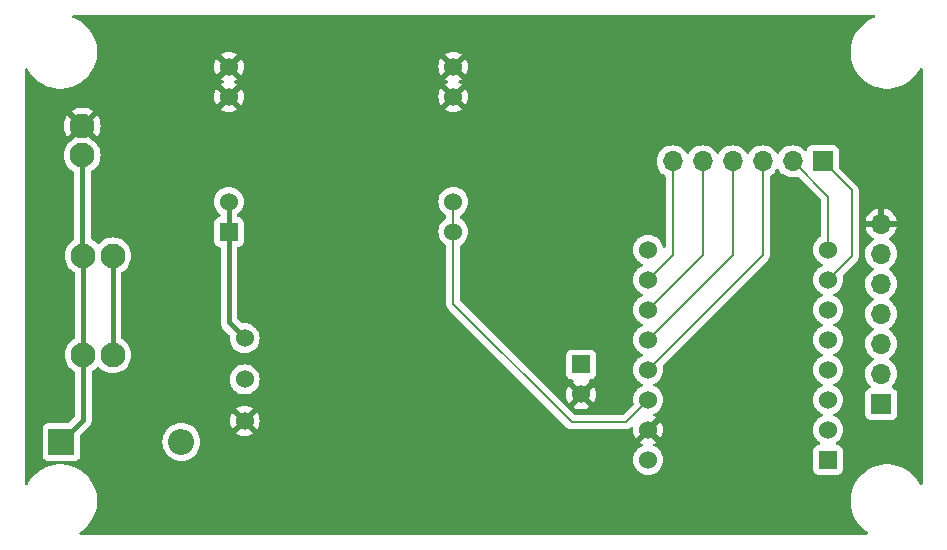
<source format=gbl>
G04 #@! TF.GenerationSoftware,KiCad,Pcbnew,8.0.8*
G04 #@! TF.CreationDate,2025-01-15T16:32:17-08:00*
G04 #@! TF.ProjectId,bentroller,62656e74-726f-46c6-9c65-722e6b696361,rev?*
G04 #@! TF.SameCoordinates,Original*
G04 #@! TF.FileFunction,Copper,L4,Bot*
G04 #@! TF.FilePolarity,Positive*
%FSLAX46Y46*%
G04 Gerber Fmt 4.6, Leading zero omitted, Abs format (unit mm)*
G04 Created by KiCad (PCBNEW 8.0.8) date 2025-01-15 16:32:17*
%MOMM*%
%LPD*%
G01*
G04 APERTURE LIST*
G04 #@! TA.AperFunction,ComponentPad*
%ADD10R,1.700000X1.700000*%
G04 #@! TD*
G04 #@! TA.AperFunction,ComponentPad*
%ADD11O,1.700000X1.700000*%
G04 #@! TD*
G04 #@! TA.AperFunction,ComponentPad*
%ADD12C,2.100000*%
G04 #@! TD*
G04 #@! TA.AperFunction,ComponentPad*
%ADD13C,1.524000*%
G04 #@! TD*
G04 #@! TA.AperFunction,ComponentPad*
%ADD14R,1.524000X1.524000*%
G04 #@! TD*
G04 #@! TA.AperFunction,ComponentPad*
%ADD15R,2.200000X2.200000*%
G04 #@! TD*
G04 #@! TA.AperFunction,ComponentPad*
%ADD16O,2.200000X2.200000*%
G04 #@! TD*
G04 #@! TA.AperFunction,Conductor*
%ADD17C,0.200000*%
G04 #@! TD*
G04 #@! TA.AperFunction,Conductor*
%ADD18C,0.400000*%
G04 #@! TD*
G04 APERTURE END LIST*
D10*
X137500000Y-71540000D03*
D11*
X137500000Y-69000000D03*
X137500000Y-66460000D03*
X137500000Y-63920000D03*
X137500000Y-61380000D03*
X137500000Y-58840000D03*
X137500000Y-56300000D03*
D10*
X132540000Y-51000000D03*
D11*
X130000000Y-51000000D03*
X127460000Y-51000000D03*
X124920000Y-51000000D03*
X122380000Y-51000000D03*
X119840000Y-51000000D03*
D12*
X72440000Y-67395000D03*
X69940000Y-67395000D03*
X72440000Y-58995000D03*
X69940000Y-58995000D03*
X69860000Y-48000000D03*
X69860000Y-50500000D03*
D13*
X117760000Y-73740000D03*
X117760000Y-71200000D03*
X117760000Y-76280000D03*
X117760000Y-68660000D03*
X117760000Y-66120000D03*
X117760000Y-63580000D03*
X117760000Y-61040000D03*
X117760000Y-58500000D03*
X133000000Y-58500000D03*
X133000000Y-61040000D03*
X133000000Y-63580000D03*
X133000000Y-66120000D03*
X133000000Y-68660000D03*
X133000000Y-71200000D03*
X133000000Y-73740000D03*
D14*
X133000000Y-76280000D03*
D13*
X83600000Y-72970000D03*
X83600000Y-69470000D03*
X83600000Y-65970000D03*
X112100000Y-70740000D03*
D14*
X112100000Y-68200000D03*
X82268000Y-56970000D03*
D13*
X82268000Y-54430000D03*
X82268000Y-45540000D03*
X82268000Y-43000000D03*
X101268000Y-56970000D03*
X101268000Y-54430000D03*
X101268000Y-45540000D03*
X101268000Y-43000000D03*
D15*
X68090000Y-74750000D03*
D16*
X78250000Y-74750000D03*
D17*
X117760000Y-68660000D02*
X127460000Y-58960000D01*
X127460000Y-58960000D02*
X127460000Y-51000000D01*
X117760000Y-66120000D02*
X124920000Y-58960000D01*
X124920000Y-58960000D02*
X124920000Y-51000000D01*
X117760000Y-63580000D02*
X122380000Y-58960000D01*
X122380000Y-58960000D02*
X122380000Y-51000000D01*
X117760000Y-61040000D02*
X119840000Y-58960000D01*
X119840000Y-58960000D02*
X119840000Y-51000000D01*
X101268000Y-56970000D02*
X101268000Y-63068000D01*
X101268000Y-63068000D02*
X111300000Y-73100000D01*
X115860000Y-73100000D02*
X117760000Y-71200000D01*
X111300000Y-73100000D02*
X115860000Y-73100000D01*
X133000000Y-58500000D02*
X133000000Y-54000000D01*
X133000000Y-54000000D02*
X130000000Y-51000000D01*
X133000000Y-61040000D02*
X135000000Y-59040000D01*
X135000000Y-59040000D02*
X135000000Y-53460000D01*
X135000000Y-53460000D02*
X132540000Y-51000000D01*
D18*
X72440000Y-58995000D02*
X72440000Y-67395000D01*
X82268000Y-56970000D02*
X82268000Y-64638000D01*
X82268000Y-64638000D02*
X83600000Y-65970000D01*
D17*
X101268000Y-54430000D02*
X101268000Y-56970000D01*
D18*
X82268000Y-54430000D02*
X82268000Y-56970000D01*
X69940000Y-67395000D02*
X69940000Y-72900000D01*
X69940000Y-72900000D02*
X68090000Y-74750000D01*
X69940000Y-58995000D02*
X69940000Y-67395000D01*
X69860000Y-50500000D02*
X69860000Y-58915000D01*
D17*
X69860000Y-58915000D02*
X69940000Y-58995000D01*
D18*
X83600000Y-69860000D02*
X83600000Y-69470000D01*
G04 #@! TA.AperFunction,Conductor*
G36*
X136950467Y-38620185D02*
G01*
X136996222Y-38672989D01*
X137006166Y-38742147D01*
X136977141Y-38805703D01*
X136924386Y-38841539D01*
X136811621Y-38880998D01*
X136811614Y-38881000D01*
X136811609Y-38881003D01*
X136497869Y-39032092D01*
X136203000Y-39217371D01*
X136202998Y-39217372D01*
X135930743Y-39434487D01*
X135684487Y-39680743D01*
X135467372Y-39952998D01*
X135467371Y-39953000D01*
X135282092Y-40247869D01*
X135130999Y-40561617D01*
X135015985Y-40890307D01*
X135015982Y-40890315D01*
X134938491Y-41229829D01*
X134938489Y-41229841D01*
X134899500Y-41575875D01*
X134899500Y-41924124D01*
X134938489Y-42270158D01*
X134938490Y-42270167D01*
X134938491Y-42270171D01*
X134945713Y-42301811D01*
X135015982Y-42609684D01*
X135015985Y-42609692D01*
X135130999Y-42938382D01*
X135282092Y-43252130D01*
X135467371Y-43546999D01*
X135467372Y-43547001D01*
X135684487Y-43819256D01*
X135930743Y-44065512D01*
X136202998Y-44282627D01*
X136203001Y-44282628D01*
X136203003Y-44282630D01*
X136497867Y-44467906D01*
X136811621Y-44619002D01*
X137058488Y-44705384D01*
X137140307Y-44734014D01*
X137140315Y-44734017D01*
X137140318Y-44734017D01*
X137140319Y-44734018D01*
X137479829Y-44811509D01*
X137825876Y-44850499D01*
X137825877Y-44850500D01*
X137825880Y-44850500D01*
X138174123Y-44850500D01*
X138174123Y-44850499D01*
X138520171Y-44811509D01*
X138859681Y-44734018D01*
X139188379Y-44619002D01*
X139502133Y-44467906D01*
X139796997Y-44282630D01*
X139953758Y-44157618D01*
X140069256Y-44065512D01*
X140069258Y-44065509D01*
X140069263Y-44065506D01*
X140315506Y-43819263D01*
X140412061Y-43698187D01*
X140532627Y-43547001D01*
X140532628Y-43546999D01*
X140532630Y-43546997D01*
X140717906Y-43252133D01*
X140763780Y-43156875D01*
X140810602Y-43105016D01*
X140878029Y-43086703D01*
X140944653Y-43107751D01*
X140989322Y-43161477D01*
X140999500Y-43210677D01*
X140999500Y-78289322D01*
X140979815Y-78356361D01*
X140927011Y-78402116D01*
X140857853Y-78412060D01*
X140794297Y-78383035D01*
X140763780Y-78343124D01*
X140717907Y-78247869D01*
X140532628Y-77953000D01*
X140532627Y-77952998D01*
X140315512Y-77680743D01*
X140069256Y-77434487D01*
X139797001Y-77217372D01*
X139796999Y-77217371D01*
X139502130Y-77032092D01*
X139188382Y-76880999D01*
X138859692Y-76765985D01*
X138859684Y-76765982D01*
X138605048Y-76707863D01*
X138520171Y-76688491D01*
X138520167Y-76688490D01*
X138520158Y-76688489D01*
X138174124Y-76649500D01*
X138174120Y-76649500D01*
X137825880Y-76649500D01*
X137825875Y-76649500D01*
X137479841Y-76688489D01*
X137479829Y-76688491D01*
X137140315Y-76765982D01*
X137140307Y-76765985D01*
X136811617Y-76880999D01*
X136497869Y-77032092D01*
X136203000Y-77217371D01*
X136202998Y-77217372D01*
X135930743Y-77434487D01*
X135684487Y-77680743D01*
X135467372Y-77952998D01*
X135467371Y-77953000D01*
X135282092Y-78247869D01*
X135130999Y-78561617D01*
X135015985Y-78890307D01*
X135015982Y-78890315D01*
X134938491Y-79229829D01*
X134938489Y-79229841D01*
X134899500Y-79575875D01*
X134899500Y-79924124D01*
X134938489Y-80270158D01*
X134938491Y-80270170D01*
X135015982Y-80609684D01*
X135015985Y-80609692D01*
X135130999Y-80938382D01*
X135282092Y-81252130D01*
X135467371Y-81546999D01*
X135467372Y-81547001D01*
X135684487Y-81819256D01*
X135930743Y-82065512D01*
X136202998Y-82282627D01*
X136203000Y-82282628D01*
X136342856Y-82370506D01*
X136389147Y-82422841D01*
X136399795Y-82491894D01*
X136371420Y-82555743D01*
X136313030Y-82594115D01*
X136276884Y-82599500D01*
X69723116Y-82599500D01*
X69656077Y-82579815D01*
X69610322Y-82527011D01*
X69600378Y-82457853D01*
X69629403Y-82394297D01*
X69657144Y-82370506D01*
X69688918Y-82350540D01*
X69796997Y-82282630D01*
X69797001Y-82282627D01*
X70069256Y-82065512D01*
X70069258Y-82065509D01*
X70069263Y-82065506D01*
X70315506Y-81819263D01*
X70532630Y-81546997D01*
X70717906Y-81252133D01*
X70869002Y-80938379D01*
X70984018Y-80609681D01*
X71061509Y-80270171D01*
X71100500Y-79924120D01*
X71100500Y-79575880D01*
X71061509Y-79229829D01*
X70984018Y-78890319D01*
X70869002Y-78561621D01*
X70717906Y-78247867D01*
X70532630Y-77953003D01*
X70532628Y-77953000D01*
X70532627Y-77952998D01*
X70315512Y-77680743D01*
X70069256Y-77434487D01*
X69797001Y-77217372D01*
X69796999Y-77217371D01*
X69502130Y-77032092D01*
X69188382Y-76880999D01*
X68859692Y-76765985D01*
X68859684Y-76765982D01*
X68605048Y-76707863D01*
X68520171Y-76688491D01*
X68520167Y-76688490D01*
X68520158Y-76688489D01*
X68174124Y-76649500D01*
X68174120Y-76649500D01*
X67825880Y-76649500D01*
X67825875Y-76649500D01*
X67479841Y-76688489D01*
X67479829Y-76688491D01*
X67140315Y-76765982D01*
X67140307Y-76765985D01*
X66811617Y-76880999D01*
X66497869Y-77032092D01*
X66203000Y-77217371D01*
X66202998Y-77217372D01*
X65930743Y-77434487D01*
X65684487Y-77680743D01*
X65467372Y-77952998D01*
X65467371Y-77953000D01*
X65282092Y-78247869D01*
X65236220Y-78343124D01*
X65189397Y-78394983D01*
X65121970Y-78413296D01*
X65055346Y-78392248D01*
X65010678Y-78338522D01*
X65000500Y-78289322D01*
X65000500Y-73602135D01*
X66489500Y-73602135D01*
X66489500Y-75897870D01*
X66489501Y-75897876D01*
X66495908Y-75957483D01*
X66546202Y-76092328D01*
X66546206Y-76092335D01*
X66632452Y-76207544D01*
X66632455Y-76207547D01*
X66747664Y-76293793D01*
X66747671Y-76293797D01*
X66882517Y-76344091D01*
X66882516Y-76344091D01*
X66889444Y-76344835D01*
X66942127Y-76350500D01*
X69237872Y-76350499D01*
X69297483Y-76344091D01*
X69432331Y-76293796D01*
X69547546Y-76207546D01*
X69633796Y-76092331D01*
X69684091Y-75957483D01*
X69690500Y-75897873D01*
X69690499Y-74750000D01*
X76644551Y-74750000D01*
X76664317Y-75001151D01*
X76723126Y-75246110D01*
X76819533Y-75478859D01*
X76951160Y-75693653D01*
X76951161Y-75693656D01*
X76951164Y-75693659D01*
X77114776Y-75885224D01*
X77263066Y-76011875D01*
X77306343Y-76048838D01*
X77306346Y-76048839D01*
X77521140Y-76180466D01*
X77753889Y-76276873D01*
X77998852Y-76335683D01*
X78250000Y-76355449D01*
X78501148Y-76335683D01*
X78746111Y-76276873D01*
X78978859Y-76180466D01*
X79193659Y-76048836D01*
X79385224Y-75885224D01*
X79548836Y-75693659D01*
X79680466Y-75478859D01*
X79776873Y-75246111D01*
X79835683Y-75001148D01*
X79855449Y-74750000D01*
X79835683Y-74498852D01*
X79776873Y-74253889D01*
X79761831Y-74217575D01*
X79680466Y-74021140D01*
X79548839Y-73806346D01*
X79548838Y-73806343D01*
X79492175Y-73740000D01*
X79385224Y-73614776D01*
X79214210Y-73468716D01*
X79193656Y-73451161D01*
X79193653Y-73451160D01*
X78978859Y-73319533D01*
X78746110Y-73223126D01*
X78501151Y-73164317D01*
X78250000Y-73144551D01*
X77998848Y-73164317D01*
X77753889Y-73223126D01*
X77521140Y-73319533D01*
X77306346Y-73451160D01*
X77306343Y-73451161D01*
X77114776Y-73614776D01*
X76951161Y-73806343D01*
X76951160Y-73806346D01*
X76819533Y-74021140D01*
X76723126Y-74253889D01*
X76664317Y-74498848D01*
X76644551Y-74750000D01*
X69690499Y-74750000D01*
X69690499Y-74191518D01*
X69710184Y-74124480D01*
X69726818Y-74103838D01*
X70090655Y-73740002D01*
X70484114Y-73346543D01*
X70560775Y-73231811D01*
X70564373Y-73223126D01*
X70588732Y-73164317D01*
X70613580Y-73104328D01*
X70640300Y-72969999D01*
X82333179Y-72969999D01*
X82333179Y-72970000D01*
X82352424Y-73189976D01*
X82352426Y-73189986D01*
X82409575Y-73403270D01*
X82409580Y-73403284D01*
X82502898Y-73603405D01*
X82502901Y-73603411D01*
X82548258Y-73668187D01*
X82548258Y-73668188D01*
X83219000Y-72997446D01*
X83219000Y-73020160D01*
X83244964Y-73117061D01*
X83295124Y-73203940D01*
X83366060Y-73274876D01*
X83452939Y-73325036D01*
X83549840Y-73351000D01*
X83572553Y-73351000D01*
X82901810Y-74021740D01*
X82966590Y-74067099D01*
X82966592Y-74067100D01*
X83166715Y-74160419D01*
X83166729Y-74160424D01*
X83380013Y-74217573D01*
X83380023Y-74217575D01*
X83599999Y-74236821D01*
X83600001Y-74236821D01*
X83819976Y-74217575D01*
X83819986Y-74217573D01*
X84033270Y-74160424D01*
X84033284Y-74160419D01*
X84233407Y-74067100D01*
X84233417Y-74067094D01*
X84298188Y-74021741D01*
X83627448Y-73351000D01*
X83650160Y-73351000D01*
X83747061Y-73325036D01*
X83833940Y-73274876D01*
X83904876Y-73203940D01*
X83955036Y-73117061D01*
X83981000Y-73020160D01*
X83981000Y-72997447D01*
X84651741Y-73668188D01*
X84697094Y-73603417D01*
X84697100Y-73603407D01*
X84790419Y-73403284D01*
X84790424Y-73403270D01*
X84847573Y-73189986D01*
X84847575Y-73189976D01*
X84866821Y-72970000D01*
X84866821Y-72969999D01*
X84847575Y-72750023D01*
X84847573Y-72750013D01*
X84790424Y-72536729D01*
X84790420Y-72536720D01*
X84697096Y-72336586D01*
X84651741Y-72271811D01*
X84651740Y-72271810D01*
X83981000Y-72942551D01*
X83981000Y-72919840D01*
X83955036Y-72822939D01*
X83904876Y-72736060D01*
X83833940Y-72665124D01*
X83747061Y-72614964D01*
X83650160Y-72589000D01*
X83627447Y-72589000D01*
X84298188Y-71918258D01*
X84233411Y-71872901D01*
X84233405Y-71872898D01*
X84033284Y-71779580D01*
X84033270Y-71779575D01*
X83819986Y-71722426D01*
X83819976Y-71722424D01*
X83600001Y-71703179D01*
X83599999Y-71703179D01*
X83380023Y-71722424D01*
X83380013Y-71722426D01*
X83166729Y-71779575D01*
X83166720Y-71779579D01*
X82966590Y-71872901D01*
X82901811Y-71918258D01*
X83572554Y-72589000D01*
X83549840Y-72589000D01*
X83452939Y-72614964D01*
X83366060Y-72665124D01*
X83295124Y-72736060D01*
X83244964Y-72822939D01*
X83219000Y-72919840D01*
X83219000Y-72942553D01*
X82548258Y-72271811D01*
X82502901Y-72336590D01*
X82409579Y-72536720D01*
X82409575Y-72536729D01*
X82352426Y-72750013D01*
X82352424Y-72750023D01*
X82333179Y-72969999D01*
X70640300Y-72969999D01*
X70640500Y-72968994D01*
X70640500Y-72831006D01*
X70640500Y-69469997D01*
X82332677Y-69469997D01*
X82332677Y-69470002D01*
X82351929Y-69690062D01*
X82351930Y-69690070D01*
X82409104Y-69903445D01*
X82409105Y-69903447D01*
X82409106Y-69903450D01*
X82458374Y-70009106D01*
X82502466Y-70103662D01*
X82502468Y-70103666D01*
X82629170Y-70284615D01*
X82629175Y-70284621D01*
X82785378Y-70440824D01*
X82785384Y-70440829D01*
X82966333Y-70567531D01*
X82966335Y-70567532D01*
X82966338Y-70567534D01*
X83166550Y-70660894D01*
X83379932Y-70718070D01*
X83537123Y-70731822D01*
X83599998Y-70737323D01*
X83600000Y-70737323D01*
X83600002Y-70737323D01*
X83655017Y-70732509D01*
X83820068Y-70718070D01*
X84033450Y-70660894D01*
X84233662Y-70567534D01*
X84414620Y-70440826D01*
X84570826Y-70284620D01*
X84697534Y-70103662D01*
X84790894Y-69903450D01*
X84848070Y-69690068D01*
X84867323Y-69470000D01*
X84848070Y-69249932D01*
X84790894Y-69036550D01*
X84697534Y-68836339D01*
X84634180Y-68745859D01*
X84570827Y-68655381D01*
X84568705Y-68653259D01*
X84414620Y-68499174D01*
X84414616Y-68499171D01*
X84414615Y-68499170D01*
X84233666Y-68372468D01*
X84233662Y-68372466D01*
X84224288Y-68368095D01*
X84033450Y-68279106D01*
X84033447Y-68279105D01*
X84033445Y-68279104D01*
X83820070Y-68221930D01*
X83820062Y-68221929D01*
X83600002Y-68202677D01*
X83599998Y-68202677D01*
X83379937Y-68221929D01*
X83379929Y-68221930D01*
X83166554Y-68279104D01*
X83166548Y-68279107D01*
X82966340Y-68372465D01*
X82966338Y-68372466D01*
X82785377Y-68499175D01*
X82629175Y-68655377D01*
X82502466Y-68836338D01*
X82502465Y-68836340D01*
X82409107Y-69036548D01*
X82409104Y-69036554D01*
X82351930Y-69249929D01*
X82351929Y-69249937D01*
X82332677Y-69469997D01*
X70640500Y-69469997D01*
X70640500Y-68853645D01*
X70660185Y-68786606D01*
X70699710Y-68747918D01*
X70854174Y-68653262D01*
X70854176Y-68653261D01*
X70854176Y-68653260D01*
X70854179Y-68653259D01*
X71039759Y-68494759D01*
X71095712Y-68429245D01*
X71154216Y-68391055D01*
X71224083Y-68390555D01*
X71283130Y-68427908D01*
X71284181Y-68429121D01*
X71340240Y-68494758D01*
X71340241Y-68494759D01*
X71525823Y-68653261D01*
X71525826Y-68653262D01*
X71733910Y-68780777D01*
X71959381Y-68874169D01*
X71959378Y-68874169D01*
X71959384Y-68874170D01*
X71959388Y-68874172D01*
X72196698Y-68931146D01*
X72440000Y-68950294D01*
X72683302Y-68931146D01*
X72920612Y-68874172D01*
X73146089Y-68780777D01*
X73354179Y-68653259D01*
X73539759Y-68494759D01*
X73698259Y-68309179D01*
X73825777Y-68101089D01*
X73919172Y-67875612D01*
X73976146Y-67638302D01*
X73995294Y-67395000D01*
X73976146Y-67151698D01*
X73919172Y-66914388D01*
X73865419Y-66784615D01*
X73825777Y-66688910D01*
X73698262Y-66480826D01*
X73698261Y-66480823D01*
X73628755Y-66399442D01*
X73539759Y-66295241D01*
X73416610Y-66190062D01*
X73354176Y-66136738D01*
X73354173Y-66136737D01*
X73199710Y-66042081D01*
X73152835Y-65990269D01*
X73140500Y-65936354D01*
X73140500Y-60453645D01*
X73160185Y-60386606D01*
X73199710Y-60347918D01*
X73354174Y-60253262D01*
X73354176Y-60253261D01*
X73354176Y-60253260D01*
X73354179Y-60253259D01*
X73539759Y-60094759D01*
X73698259Y-59909179D01*
X73825777Y-59701089D01*
X73919172Y-59475612D01*
X73976146Y-59238302D01*
X73995294Y-58995000D01*
X73976146Y-58751698D01*
X73919172Y-58514388D01*
X73913213Y-58500002D01*
X73825777Y-58288910D01*
X73698262Y-58080826D01*
X73698261Y-58080823D01*
X73628755Y-57999442D01*
X73539759Y-57895241D01*
X73404670Y-57779864D01*
X73354176Y-57736738D01*
X73354173Y-57736737D01*
X73146089Y-57609222D01*
X72920618Y-57515830D01*
X72920621Y-57515830D01*
X72814992Y-57490470D01*
X72683302Y-57458854D01*
X72683300Y-57458853D01*
X72683297Y-57458853D01*
X72440000Y-57439706D01*
X72196702Y-57458853D01*
X72196698Y-57458854D01*
X72044730Y-57495339D01*
X71959380Y-57515830D01*
X71733910Y-57609222D01*
X71525826Y-57736737D01*
X71525823Y-57736738D01*
X71340241Y-57895241D01*
X71284290Y-57960751D01*
X71225783Y-57998944D01*
X71155915Y-57999442D01*
X71096869Y-57962088D01*
X71095710Y-57960751D01*
X71078692Y-57940826D01*
X71039759Y-57895241D01*
X70904670Y-57779864D01*
X70854176Y-57736738D01*
X70854173Y-57736737D01*
X70646088Y-57609222D01*
X70646087Y-57609221D01*
X70637045Y-57605476D01*
X70582642Y-57561634D01*
X70560579Y-57495339D01*
X70560500Y-57490916D01*
X70560500Y-54429997D01*
X81000677Y-54429997D01*
X81000677Y-54430002D01*
X81019929Y-54650062D01*
X81019930Y-54650070D01*
X81077104Y-54863445D01*
X81077105Y-54863447D01*
X81077106Y-54863450D01*
X81153168Y-55026567D01*
X81170466Y-55063662D01*
X81170468Y-55063666D01*
X81297170Y-55244615D01*
X81297174Y-55244620D01*
X81453380Y-55400826D01*
X81514623Y-55443708D01*
X81558248Y-55498284D01*
X81567500Y-55545283D01*
X81567500Y-55584358D01*
X81547815Y-55651397D01*
X81495011Y-55697152D01*
X81456755Y-55707648D01*
X81398516Y-55713909D01*
X81263671Y-55764202D01*
X81263664Y-55764206D01*
X81148455Y-55850452D01*
X81148452Y-55850455D01*
X81062206Y-55965664D01*
X81062202Y-55965671D01*
X81011908Y-56100517D01*
X81006010Y-56155380D01*
X81005501Y-56160123D01*
X81005500Y-56160135D01*
X81005500Y-57779870D01*
X81005501Y-57779876D01*
X81011908Y-57839483D01*
X81062202Y-57974328D01*
X81062206Y-57974335D01*
X81148452Y-58089544D01*
X81148455Y-58089547D01*
X81263664Y-58175793D01*
X81263671Y-58175797D01*
X81398517Y-58226091D01*
X81398515Y-58226091D01*
X81456756Y-58232353D01*
X81521307Y-58259091D01*
X81561155Y-58316484D01*
X81567500Y-58355641D01*
X81567500Y-64569006D01*
X81567500Y-64706994D01*
X81567500Y-64706996D01*
X81567499Y-64706996D01*
X81594418Y-64842322D01*
X81594421Y-64842332D01*
X81647222Y-64969807D01*
X81723887Y-65084545D01*
X81723888Y-65084546D01*
X82314048Y-65674704D01*
X82347533Y-65736027D01*
X82349895Y-65773192D01*
X82332677Y-65969997D01*
X82332677Y-65970002D01*
X82351929Y-66190062D01*
X82351930Y-66190070D01*
X82409104Y-66403445D01*
X82409105Y-66403447D01*
X82409106Y-66403450D01*
X82445187Y-66480826D01*
X82502466Y-66603662D01*
X82502468Y-66603666D01*
X82629170Y-66784615D01*
X82629175Y-66784621D01*
X82785378Y-66940824D01*
X82785384Y-66940829D01*
X82966333Y-67067531D01*
X82966335Y-67067532D01*
X82966338Y-67067534D01*
X83166550Y-67160894D01*
X83379932Y-67218070D01*
X83537123Y-67231822D01*
X83599998Y-67237323D01*
X83600000Y-67237323D01*
X83600002Y-67237323D01*
X83655017Y-67232509D01*
X83820068Y-67218070D01*
X84033450Y-67160894D01*
X84233662Y-67067534D01*
X84414620Y-66940826D01*
X84570826Y-66784620D01*
X84697534Y-66603662D01*
X84790894Y-66403450D01*
X84848070Y-66190068D01*
X84867323Y-65970000D01*
X84864379Y-65936354D01*
X84848070Y-65749937D01*
X84848070Y-65749932D01*
X84790894Y-65536550D01*
X84697534Y-65336339D01*
X84595067Y-65190000D01*
X84570827Y-65155381D01*
X84499989Y-65084543D01*
X84414620Y-64999174D01*
X84414616Y-64999171D01*
X84414615Y-64999170D01*
X84233666Y-64872468D01*
X84233662Y-64872466D01*
X84191224Y-64852677D01*
X84033450Y-64779106D01*
X84033447Y-64779105D01*
X84033445Y-64779104D01*
X83820070Y-64721930D01*
X83820062Y-64721929D01*
X83600002Y-64702677D01*
X83599998Y-64702677D01*
X83403192Y-64719895D01*
X83334692Y-64706128D01*
X83304704Y-64684048D01*
X83004819Y-64384162D01*
X82971334Y-64322839D01*
X82968500Y-64296481D01*
X82968500Y-58355641D01*
X82988185Y-58288602D01*
X83040989Y-58242847D01*
X83079245Y-58232351D01*
X83137483Y-58226091D01*
X83272331Y-58175796D01*
X83387546Y-58089546D01*
X83473796Y-57974331D01*
X83524091Y-57839483D01*
X83530500Y-57779873D01*
X83530499Y-56160128D01*
X83524091Y-56100517D01*
X83505249Y-56050000D01*
X83473797Y-55965671D01*
X83473793Y-55965664D01*
X83387547Y-55850455D01*
X83387544Y-55850452D01*
X83272335Y-55764206D01*
X83272328Y-55764202D01*
X83137482Y-55713908D01*
X83137484Y-55713908D01*
X83079244Y-55707647D01*
X83014693Y-55680909D01*
X82974845Y-55623516D01*
X82968500Y-55584358D01*
X82968500Y-55545283D01*
X82988185Y-55478244D01*
X83021375Y-55443709D01*
X83082620Y-55400826D01*
X83238826Y-55244620D01*
X83365534Y-55063662D01*
X83458894Y-54863450D01*
X83516070Y-54650068D01*
X83535323Y-54430000D01*
X83535323Y-54429997D01*
X100000677Y-54429997D01*
X100000677Y-54430002D01*
X100019929Y-54650062D01*
X100019930Y-54650070D01*
X100077104Y-54863445D01*
X100077105Y-54863447D01*
X100077106Y-54863450D01*
X100153168Y-55026567D01*
X100170466Y-55063662D01*
X100170468Y-55063666D01*
X100297170Y-55244615D01*
X100297174Y-55244620D01*
X100453380Y-55400826D01*
X100614623Y-55513729D01*
X100658248Y-55568306D01*
X100667500Y-55615304D01*
X100667500Y-55784695D01*
X100647815Y-55851734D01*
X100614623Y-55886270D01*
X100453378Y-55999174D01*
X100297175Y-56155377D01*
X100170466Y-56336338D01*
X100170465Y-56336340D01*
X100077107Y-56536548D01*
X100077104Y-56536554D01*
X100019930Y-56749929D01*
X100019929Y-56749937D01*
X100000677Y-56969997D01*
X100000677Y-56970002D01*
X100019929Y-57190062D01*
X100019930Y-57190070D01*
X100077104Y-57403445D01*
X100077105Y-57403447D01*
X100077106Y-57403450D01*
X100132711Y-57522696D01*
X100170466Y-57603662D01*
X100170468Y-57603666D01*
X100293848Y-57779870D01*
X100297174Y-57784620D01*
X100453380Y-57940826D01*
X100614623Y-58053729D01*
X100658248Y-58108306D01*
X100667500Y-58155304D01*
X100667500Y-62981330D01*
X100667499Y-62981348D01*
X100667499Y-63147054D01*
X100667498Y-63147054D01*
X100708423Y-63299786D01*
X100721753Y-63322872D01*
X100721754Y-63322877D01*
X100721756Y-63322877D01*
X100743149Y-63359932D01*
X100787479Y-63436714D01*
X100787481Y-63436717D01*
X100906349Y-63555585D01*
X100906355Y-63555590D01*
X110815139Y-73464374D01*
X110815149Y-73464385D01*
X110819479Y-73468715D01*
X110819480Y-73468716D01*
X110931284Y-73580520D01*
X110931286Y-73580521D01*
X110931290Y-73580524D01*
X110990619Y-73614777D01*
X111068216Y-73659577D01*
X111180019Y-73689534D01*
X111220942Y-73700500D01*
X111220943Y-73700500D01*
X115773331Y-73700500D01*
X115773347Y-73700501D01*
X115780943Y-73700501D01*
X115939054Y-73700501D01*
X115939057Y-73700501D01*
X116091785Y-73659577D01*
X116169382Y-73614776D01*
X116189078Y-73603405D01*
X116228709Y-73580524D01*
X116228708Y-73580524D01*
X116228716Y-73580520D01*
X116292926Y-73516309D01*
X116354245Y-73482827D01*
X116423937Y-73487811D01*
X116479871Y-73529682D01*
X116504288Y-73595146D01*
X116504132Y-73614800D01*
X116493179Y-73739997D01*
X116493179Y-73740000D01*
X116512424Y-73959976D01*
X116512426Y-73959986D01*
X116569575Y-74173270D01*
X116569580Y-74173284D01*
X116662898Y-74373405D01*
X116662901Y-74373411D01*
X116708258Y-74438187D01*
X116708258Y-74438188D01*
X117379000Y-73767446D01*
X117379000Y-73790160D01*
X117404964Y-73887061D01*
X117455124Y-73973940D01*
X117526060Y-74044876D01*
X117612939Y-74095036D01*
X117709840Y-74121000D01*
X117732553Y-74121000D01*
X117061810Y-74791740D01*
X117126589Y-74837098D01*
X117255781Y-74897342D01*
X117308220Y-74943514D01*
X117327372Y-75010708D01*
X117307156Y-75077589D01*
X117255781Y-75122106D01*
X117126340Y-75182465D01*
X117126338Y-75182466D01*
X116945377Y-75309175D01*
X116789175Y-75465377D01*
X116662466Y-75646338D01*
X116662465Y-75646340D01*
X116569107Y-75846548D01*
X116569104Y-75846554D01*
X116511930Y-76059929D01*
X116511929Y-76059937D01*
X116492677Y-76279997D01*
X116492677Y-76280002D01*
X116511929Y-76500062D01*
X116511930Y-76500070D01*
X116569104Y-76713445D01*
X116569105Y-76713447D01*
X116569106Y-76713450D01*
X116647235Y-76880998D01*
X116662466Y-76913662D01*
X116662468Y-76913666D01*
X116789170Y-77094615D01*
X116789175Y-77094621D01*
X116945378Y-77250824D01*
X116945384Y-77250829D01*
X117126333Y-77377531D01*
X117126335Y-77377532D01*
X117126338Y-77377534D01*
X117326550Y-77470894D01*
X117539932Y-77528070D01*
X117697123Y-77541822D01*
X117759998Y-77547323D01*
X117760000Y-77547323D01*
X117760002Y-77547323D01*
X117815151Y-77542498D01*
X117980068Y-77528070D01*
X118193450Y-77470894D01*
X118393662Y-77377534D01*
X118574620Y-77250826D01*
X118730826Y-77094620D01*
X118857534Y-76913662D01*
X118950894Y-76713450D01*
X119008070Y-76500068D01*
X119027323Y-76280000D01*
X119027049Y-76276873D01*
X119018615Y-76180466D01*
X119008070Y-76059932D01*
X118950894Y-75846550D01*
X118857534Y-75646339D01*
X118740264Y-75478859D01*
X118730827Y-75465381D01*
X118675962Y-75410516D01*
X118574620Y-75309174D01*
X118574616Y-75309171D01*
X118574615Y-75309170D01*
X118393666Y-75182468D01*
X118393662Y-75182466D01*
X118264218Y-75122105D01*
X118211779Y-75075932D01*
X118192627Y-75008739D01*
X118212843Y-74941858D01*
X118264219Y-74897340D01*
X118393416Y-74837095D01*
X118393417Y-74837094D01*
X118458188Y-74791741D01*
X117787448Y-74121000D01*
X117810160Y-74121000D01*
X117907061Y-74095036D01*
X117993940Y-74044876D01*
X118064876Y-73973940D01*
X118115036Y-73887061D01*
X118141000Y-73790160D01*
X118141000Y-73767447D01*
X118811741Y-74438188D01*
X118857094Y-74373417D01*
X118857100Y-74373407D01*
X118950419Y-74173284D01*
X118950424Y-74173270D01*
X119007573Y-73959986D01*
X119007575Y-73959976D01*
X119026821Y-73740000D01*
X119026821Y-73739999D01*
X119007575Y-73520023D01*
X119007573Y-73520013D01*
X118950424Y-73306729D01*
X118950420Y-73306720D01*
X118857096Y-73106586D01*
X118811741Y-73041811D01*
X118811740Y-73041810D01*
X118141000Y-73712551D01*
X118141000Y-73689840D01*
X118115036Y-73592939D01*
X118064876Y-73506060D01*
X117993940Y-73435124D01*
X117907061Y-73384964D01*
X117810160Y-73359000D01*
X117787446Y-73359000D01*
X118458188Y-72688258D01*
X118393411Y-72642901D01*
X118393405Y-72642898D01*
X118264219Y-72582658D01*
X118211779Y-72536486D01*
X118192627Y-72469293D01*
X118212843Y-72402411D01*
X118264219Y-72357894D01*
X118264811Y-72357618D01*
X118393662Y-72297534D01*
X118574620Y-72170826D01*
X118730826Y-72014620D01*
X118857534Y-71833662D01*
X118950894Y-71633450D01*
X119008070Y-71420068D01*
X119027323Y-71200000D01*
X119024984Y-71173270D01*
X119018010Y-71093553D01*
X119008070Y-70979932D01*
X118950894Y-70766550D01*
X118857534Y-70566339D01*
X118774441Y-70447669D01*
X118730827Y-70385381D01*
X118677898Y-70332452D01*
X118574620Y-70229174D01*
X118574616Y-70229171D01*
X118574615Y-70229170D01*
X118393666Y-70102468D01*
X118393658Y-70102464D01*
X118264811Y-70042382D01*
X118212371Y-69996210D01*
X118193219Y-69929017D01*
X118213435Y-69862135D01*
X118264811Y-69817618D01*
X118270802Y-69814824D01*
X118393662Y-69757534D01*
X118574620Y-69630826D01*
X118730826Y-69474620D01*
X118857534Y-69293662D01*
X118950894Y-69093450D01*
X119008070Y-68880068D01*
X119027323Y-68660000D01*
X119026733Y-68653261D01*
X119023320Y-68614246D01*
X119008070Y-68439932D01*
X118988821Y-68368095D01*
X118990482Y-68298245D01*
X119020912Y-68248321D01*
X127940520Y-59328716D01*
X128019577Y-59191784D01*
X128060501Y-59039057D01*
X128060501Y-58880942D01*
X128060501Y-58873347D01*
X128060500Y-58873329D01*
X128060500Y-52289090D01*
X128080185Y-52222051D01*
X128132101Y-52176706D01*
X128137830Y-52174035D01*
X128331401Y-52038495D01*
X128498495Y-51871401D01*
X128628425Y-51685842D01*
X128683002Y-51642217D01*
X128752500Y-51635023D01*
X128814855Y-51666546D01*
X128831575Y-51685842D01*
X128961500Y-51871395D01*
X128961505Y-51871401D01*
X129128599Y-52038495D01*
X129225384Y-52106265D01*
X129322165Y-52174032D01*
X129322167Y-52174033D01*
X129322170Y-52174035D01*
X129536337Y-52273903D01*
X129764592Y-52335063D01*
X129944634Y-52350815D01*
X129999999Y-52355659D01*
X130000000Y-52355659D01*
X130000001Y-52355659D01*
X130055366Y-52350815D01*
X130235408Y-52335063D01*
X130363757Y-52300672D01*
X130433606Y-52302335D01*
X130483531Y-52332766D01*
X132363181Y-54212416D01*
X132396666Y-54273739D01*
X132399500Y-54300097D01*
X132399500Y-57314695D01*
X132379815Y-57381734D01*
X132346623Y-57416270D01*
X132185378Y-57529174D01*
X132029175Y-57685377D01*
X131902466Y-57866338D01*
X131902465Y-57866340D01*
X131809107Y-58066548D01*
X131809104Y-58066554D01*
X131751930Y-58279929D01*
X131751929Y-58279937D01*
X131732677Y-58499997D01*
X131732677Y-58500002D01*
X131751929Y-58720062D01*
X131751930Y-58720070D01*
X131809104Y-58933445D01*
X131809105Y-58933447D01*
X131809106Y-58933450D01*
X131875302Y-59075408D01*
X131902466Y-59133662D01*
X131902468Y-59133666D01*
X132029170Y-59314615D01*
X132029173Y-59314619D01*
X132185378Y-59470824D01*
X132185384Y-59470829D01*
X132366333Y-59597531D01*
X132366335Y-59597532D01*
X132366338Y-59597534D01*
X132442093Y-59632859D01*
X132495189Y-59657618D01*
X132547628Y-59703790D01*
X132566780Y-59770984D01*
X132546564Y-59837865D01*
X132495189Y-59882382D01*
X132366340Y-59942465D01*
X132366338Y-59942466D01*
X132185377Y-60069175D01*
X132029175Y-60225377D01*
X131902466Y-60406338D01*
X131902465Y-60406340D01*
X131809107Y-60606548D01*
X131809104Y-60606554D01*
X131751930Y-60819929D01*
X131751929Y-60819937D01*
X131732677Y-61039997D01*
X131732677Y-61040002D01*
X131751929Y-61260062D01*
X131751930Y-61260070D01*
X131809104Y-61473445D01*
X131809105Y-61473447D01*
X131809106Y-61473450D01*
X131875302Y-61615408D01*
X131902466Y-61673662D01*
X131902468Y-61673666D01*
X132029170Y-61854615D01*
X132029175Y-61854621D01*
X132185378Y-62010824D01*
X132185384Y-62010829D01*
X132366333Y-62137531D01*
X132366335Y-62137532D01*
X132366338Y-62137534D01*
X132485748Y-62193215D01*
X132495189Y-62197618D01*
X132547628Y-62243790D01*
X132566780Y-62310984D01*
X132546564Y-62377865D01*
X132495189Y-62422382D01*
X132366340Y-62482465D01*
X132366338Y-62482466D01*
X132185377Y-62609175D01*
X132029175Y-62765377D01*
X131902466Y-62946338D01*
X131902465Y-62946340D01*
X131809107Y-63146548D01*
X131809104Y-63146554D01*
X131751930Y-63359929D01*
X131751929Y-63359937D01*
X131732677Y-63579997D01*
X131732677Y-63580002D01*
X131751929Y-63800062D01*
X131751930Y-63800070D01*
X131809104Y-64013445D01*
X131809105Y-64013447D01*
X131809106Y-64013450D01*
X131875302Y-64155408D01*
X131902466Y-64213662D01*
X131902468Y-64213666D01*
X132029170Y-64394615D01*
X132029175Y-64394621D01*
X132185378Y-64550824D01*
X132185384Y-64550829D01*
X132366333Y-64677531D01*
X132366335Y-64677532D01*
X132366338Y-64677534D01*
X132485748Y-64733215D01*
X132495189Y-64737618D01*
X132547628Y-64783790D01*
X132566780Y-64850984D01*
X132546564Y-64917865D01*
X132495189Y-64962382D01*
X132366340Y-65022465D01*
X132366338Y-65022466D01*
X132185377Y-65149175D01*
X132029175Y-65305377D01*
X131902466Y-65486338D01*
X131902465Y-65486340D01*
X131809107Y-65686548D01*
X131809104Y-65686554D01*
X131751930Y-65899929D01*
X131751929Y-65899937D01*
X131732677Y-66119997D01*
X131732677Y-66120002D01*
X131751929Y-66340062D01*
X131751930Y-66340070D01*
X131809104Y-66553445D01*
X131809105Y-66553447D01*
X131809106Y-66553450D01*
X131875302Y-66695408D01*
X131902466Y-66753662D01*
X131902468Y-66753666D01*
X132029170Y-66934615D01*
X132029175Y-66934621D01*
X132185378Y-67090824D01*
X132185384Y-67090829D01*
X132366333Y-67217531D01*
X132366335Y-67217532D01*
X132366338Y-67217534D01*
X132442093Y-67252859D01*
X132495189Y-67277618D01*
X132547628Y-67323790D01*
X132566780Y-67390984D01*
X132546564Y-67457865D01*
X132495189Y-67502382D01*
X132366340Y-67562465D01*
X132366338Y-67562466D01*
X132185377Y-67689175D01*
X132029175Y-67845377D01*
X131902466Y-68026338D01*
X131902465Y-68026340D01*
X131809107Y-68226548D01*
X131809104Y-68226554D01*
X131751930Y-68439929D01*
X131751929Y-68439937D01*
X131732677Y-68659997D01*
X131732677Y-68660002D01*
X131751929Y-68880062D01*
X131751930Y-68880070D01*
X131809104Y-69093445D01*
X131809105Y-69093447D01*
X131809106Y-69093450D01*
X131882077Y-69249937D01*
X131902466Y-69293662D01*
X131902468Y-69293666D01*
X132029170Y-69474615D01*
X132029175Y-69474621D01*
X132185378Y-69630824D01*
X132185384Y-69630829D01*
X132366333Y-69757531D01*
X132366335Y-69757532D01*
X132366338Y-69757534D01*
X132485748Y-69813215D01*
X132495189Y-69817618D01*
X132547628Y-69863790D01*
X132566780Y-69930984D01*
X132546564Y-69997865D01*
X132495189Y-70042382D01*
X132366340Y-70102465D01*
X132366338Y-70102466D01*
X132185377Y-70229175D01*
X132029175Y-70385377D01*
X131902466Y-70566338D01*
X131902465Y-70566340D01*
X131809107Y-70766548D01*
X131809104Y-70766554D01*
X131751930Y-70979929D01*
X131751929Y-70979937D01*
X131732677Y-71199997D01*
X131732677Y-71200002D01*
X131751929Y-71420062D01*
X131751930Y-71420070D01*
X131809104Y-71633445D01*
X131809105Y-71633447D01*
X131809106Y-71633450D01*
X131841621Y-71703179D01*
X131902466Y-71833662D01*
X131902468Y-71833666D01*
X132029170Y-72014615D01*
X132029175Y-72014621D01*
X132185378Y-72170824D01*
X132185384Y-72170829D01*
X132366333Y-72297531D01*
X132366335Y-72297532D01*
X132366338Y-72297534D01*
X132485748Y-72353215D01*
X132495189Y-72357618D01*
X132547628Y-72403790D01*
X132566780Y-72470984D01*
X132546564Y-72537865D01*
X132495189Y-72582382D01*
X132366340Y-72642465D01*
X132366338Y-72642466D01*
X132185377Y-72769175D01*
X132029175Y-72925377D01*
X131902466Y-73106338D01*
X131902465Y-73106340D01*
X131809107Y-73306548D01*
X131809104Y-73306554D01*
X131751930Y-73519929D01*
X131751929Y-73519937D01*
X131732677Y-73739997D01*
X131732677Y-73740002D01*
X131751929Y-73960062D01*
X131751930Y-73960070D01*
X131809104Y-74173445D01*
X131809105Y-74173447D01*
X131809106Y-74173450D01*
X131846615Y-74253889D01*
X131902466Y-74373662D01*
X131902468Y-74373666D01*
X132029170Y-74554615D01*
X132029174Y-74554620D01*
X132185380Y-74710826D01*
X132300937Y-74791740D01*
X132301202Y-74791925D01*
X132344827Y-74846502D01*
X132352021Y-74916000D01*
X132320498Y-74978355D01*
X132260269Y-75013769D01*
X132230082Y-75017500D01*
X132190131Y-75017500D01*
X132190123Y-75017501D01*
X132130516Y-75023908D01*
X131995671Y-75074202D01*
X131995664Y-75074206D01*
X131880455Y-75160452D01*
X131880452Y-75160455D01*
X131794206Y-75275664D01*
X131794202Y-75275671D01*
X131743908Y-75410517D01*
X131738010Y-75465380D01*
X131737501Y-75470123D01*
X131737500Y-75470135D01*
X131737500Y-77089870D01*
X131737501Y-77089876D01*
X131743908Y-77149483D01*
X131794202Y-77284328D01*
X131794206Y-77284335D01*
X131880452Y-77399544D01*
X131880455Y-77399547D01*
X131995664Y-77485793D01*
X131995671Y-77485797D01*
X132130517Y-77536091D01*
X132130516Y-77536091D01*
X132137444Y-77536835D01*
X132190127Y-77542500D01*
X133809872Y-77542499D01*
X133869483Y-77536091D01*
X134004331Y-77485796D01*
X134119546Y-77399546D01*
X134205796Y-77284331D01*
X134256091Y-77149483D01*
X134262500Y-77089873D01*
X134262499Y-75470128D01*
X134256091Y-75410517D01*
X134205796Y-75275669D01*
X134205795Y-75275668D01*
X134205793Y-75275664D01*
X134119547Y-75160455D01*
X134119544Y-75160452D01*
X134004335Y-75074206D01*
X134004328Y-75074202D01*
X133869482Y-75023908D01*
X133869483Y-75023908D01*
X133809883Y-75017501D01*
X133809881Y-75017500D01*
X133809873Y-75017500D01*
X133809865Y-75017500D01*
X133769921Y-75017500D01*
X133702882Y-74997815D01*
X133657127Y-74945011D01*
X133647183Y-74875853D01*
X133676208Y-74812297D01*
X133698798Y-74791925D01*
X133699061Y-74791741D01*
X133814620Y-74710826D01*
X133970826Y-74554620D01*
X134097534Y-74373662D01*
X134190894Y-74173450D01*
X134248070Y-73960068D01*
X134267323Y-73740000D01*
X134263867Y-73700501D01*
X134256368Y-73614777D01*
X134248070Y-73519932D01*
X134190894Y-73306550D01*
X134097534Y-73106339D01*
X134002069Y-72970000D01*
X133970827Y-72925381D01*
X133929537Y-72884091D01*
X133814620Y-72769174D01*
X133814616Y-72769171D01*
X133814615Y-72769170D01*
X133633666Y-72642468D01*
X133633658Y-72642464D01*
X133504811Y-72582382D01*
X133452371Y-72536210D01*
X133433219Y-72469017D01*
X133453435Y-72402135D01*
X133504811Y-72357618D01*
X133510802Y-72354824D01*
X133633662Y-72297534D01*
X133814620Y-72170826D01*
X133970826Y-72014620D01*
X134097534Y-71833662D01*
X134190894Y-71633450D01*
X134248070Y-71420068D01*
X134267323Y-71200000D01*
X134264984Y-71173270D01*
X134258010Y-71093553D01*
X134248070Y-70979932D01*
X134190894Y-70766550D01*
X134097534Y-70566339D01*
X134014441Y-70447669D01*
X133970827Y-70385381D01*
X133917898Y-70332452D01*
X133814620Y-70229174D01*
X133814616Y-70229171D01*
X133814615Y-70229170D01*
X133633666Y-70102468D01*
X133633658Y-70102464D01*
X133504811Y-70042382D01*
X133452371Y-69996210D01*
X133433219Y-69929017D01*
X133453435Y-69862135D01*
X133504811Y-69817618D01*
X133510802Y-69814824D01*
X133633662Y-69757534D01*
X133814620Y-69630826D01*
X133970826Y-69474620D01*
X134097534Y-69293662D01*
X134190894Y-69093450D01*
X134248070Y-68880068D01*
X134267323Y-68660000D01*
X134266733Y-68653261D01*
X134253253Y-68499174D01*
X134248070Y-68439932D01*
X134190894Y-68226550D01*
X134097534Y-68026339D01*
X134034180Y-67935859D01*
X133970827Y-67845381D01*
X133902444Y-67776998D01*
X133814620Y-67689174D01*
X133814616Y-67689171D01*
X133814615Y-67689170D01*
X133633666Y-67562468D01*
X133633658Y-67562464D01*
X133504811Y-67502382D01*
X133452371Y-67456210D01*
X133433219Y-67389017D01*
X133453435Y-67322135D01*
X133504811Y-67277618D01*
X133510802Y-67274824D01*
X133633662Y-67217534D01*
X133814620Y-67090826D01*
X133970826Y-66934620D01*
X134097534Y-66753662D01*
X134190894Y-66553450D01*
X134248070Y-66340068D01*
X134262509Y-66175017D01*
X134267323Y-66120002D01*
X134267323Y-66119997D01*
X134248070Y-65899937D01*
X134248070Y-65899932D01*
X134190894Y-65686550D01*
X134097534Y-65486339D01*
X133970826Y-65305380D01*
X133814620Y-65149174D01*
X133814616Y-65149171D01*
X133814615Y-65149170D01*
X133633666Y-65022468D01*
X133633658Y-65022464D01*
X133504811Y-64962382D01*
X133452371Y-64916210D01*
X133433219Y-64849017D01*
X133453435Y-64782135D01*
X133504811Y-64737618D01*
X133510802Y-64734824D01*
X133633662Y-64677534D01*
X133814620Y-64550826D01*
X133970826Y-64394620D01*
X134097534Y-64213662D01*
X134190894Y-64013450D01*
X134248070Y-63800068D01*
X134267323Y-63580000D01*
X134265187Y-63555590D01*
X134256504Y-63456335D01*
X134248070Y-63359932D01*
X134190894Y-63146550D01*
X134097534Y-62946339D01*
X134033987Y-62855584D01*
X133970827Y-62765381D01*
X133902444Y-62696998D01*
X133814620Y-62609174D01*
X133814616Y-62609171D01*
X133814615Y-62609170D01*
X133633666Y-62482468D01*
X133633658Y-62482464D01*
X133504811Y-62422382D01*
X133452371Y-62376210D01*
X133433219Y-62309017D01*
X133453435Y-62242135D01*
X133504811Y-62197618D01*
X133510802Y-62194824D01*
X133633662Y-62137534D01*
X133814620Y-62010826D01*
X133970826Y-61854620D01*
X134097534Y-61673662D01*
X134190894Y-61473450D01*
X134248070Y-61260068D01*
X134267323Y-61040000D01*
X134248070Y-60819932D01*
X134228821Y-60748095D01*
X134230482Y-60678245D01*
X134260912Y-60628321D01*
X135358506Y-59530728D01*
X135358511Y-59530724D01*
X135368714Y-59520520D01*
X135368716Y-59520520D01*
X135480520Y-59408716D01*
X135484160Y-59402409D01*
X135534846Y-59314621D01*
X135534847Y-59314619D01*
X135559574Y-59271790D01*
X135559573Y-59271790D01*
X135559577Y-59271785D01*
X135600500Y-59119057D01*
X135600500Y-58960943D01*
X135600500Y-58839999D01*
X136144341Y-58839999D01*
X136144341Y-58840000D01*
X136164936Y-59075403D01*
X136164938Y-59075413D01*
X136226094Y-59303655D01*
X136226096Y-59303659D01*
X136226097Y-59303663D01*
X136237780Y-59328717D01*
X136325965Y-59517830D01*
X136325967Y-59517834D01*
X136381774Y-59597534D01*
X136454284Y-59701089D01*
X136461501Y-59711395D01*
X136461506Y-59711402D01*
X136628597Y-59878493D01*
X136628603Y-59878498D01*
X136814158Y-60008425D01*
X136857783Y-60063002D01*
X136864977Y-60132500D01*
X136833454Y-60194855D01*
X136814158Y-60211575D01*
X136628597Y-60341505D01*
X136461505Y-60508597D01*
X136325965Y-60702169D01*
X136325964Y-60702171D01*
X136226098Y-60916335D01*
X136226094Y-60916344D01*
X136164938Y-61144586D01*
X136164936Y-61144596D01*
X136144341Y-61379999D01*
X136144341Y-61380000D01*
X136164936Y-61615403D01*
X136164938Y-61615413D01*
X136226094Y-61843655D01*
X136226096Y-61843659D01*
X136226097Y-61843663D01*
X136231207Y-61854621D01*
X136325965Y-62057830D01*
X136325967Y-62057834D01*
X136461501Y-62251395D01*
X136461506Y-62251402D01*
X136628597Y-62418493D01*
X136628603Y-62418498D01*
X136814158Y-62548425D01*
X136857783Y-62603002D01*
X136864977Y-62672500D01*
X136833454Y-62734855D01*
X136814158Y-62751575D01*
X136628597Y-62881505D01*
X136461505Y-63048597D01*
X136325965Y-63242169D01*
X136325964Y-63242171D01*
X136226098Y-63456335D01*
X136226094Y-63456344D01*
X136164938Y-63684586D01*
X136164936Y-63684596D01*
X136144341Y-63919999D01*
X136144341Y-63920000D01*
X136164936Y-64155403D01*
X136164938Y-64155413D01*
X136226094Y-64383655D01*
X136226096Y-64383659D01*
X136226097Y-64383663D01*
X136231207Y-64394621D01*
X136325965Y-64597830D01*
X136325967Y-64597834D01*
X136461501Y-64791395D01*
X136461506Y-64791402D01*
X136628597Y-64958493D01*
X136628603Y-64958498D01*
X136814158Y-65088425D01*
X136857783Y-65143002D01*
X136864977Y-65212500D01*
X136833454Y-65274855D01*
X136814158Y-65291575D01*
X136628597Y-65421505D01*
X136461505Y-65588597D01*
X136325965Y-65782169D01*
X136325964Y-65782171D01*
X136226098Y-65996335D01*
X136226094Y-65996344D01*
X136164938Y-66224586D01*
X136164936Y-66224596D01*
X136144341Y-66459999D01*
X136144341Y-66460000D01*
X136164936Y-66695403D01*
X136164938Y-66695413D01*
X136226094Y-66923655D01*
X136226096Y-66923659D01*
X136226097Y-66923663D01*
X136299209Y-67080452D01*
X136325965Y-67137830D01*
X136325967Y-67137834D01*
X136395631Y-67237323D01*
X136460885Y-67330516D01*
X136461501Y-67331395D01*
X136461506Y-67331402D01*
X136628597Y-67498493D01*
X136628603Y-67498498D01*
X136814158Y-67628425D01*
X136857783Y-67683002D01*
X136864977Y-67752500D01*
X136833454Y-67814855D01*
X136814158Y-67831575D01*
X136628597Y-67961505D01*
X136461505Y-68128597D01*
X136325965Y-68322169D01*
X136325964Y-68322171D01*
X136226098Y-68536335D01*
X136226094Y-68536344D01*
X136164938Y-68764586D01*
X136164936Y-68764596D01*
X136144341Y-68999999D01*
X136144341Y-69000000D01*
X136164936Y-69235403D01*
X136164938Y-69235413D01*
X136226094Y-69463655D01*
X136226096Y-69463659D01*
X136226097Y-69463663D01*
X136231207Y-69474621D01*
X136325965Y-69677830D01*
X136325967Y-69677834D01*
X136381774Y-69757534D01*
X136461501Y-69871396D01*
X136461506Y-69871402D01*
X136583430Y-69993326D01*
X136616915Y-70054649D01*
X136611931Y-70124341D01*
X136570059Y-70180274D01*
X136539083Y-70197189D01*
X136407669Y-70246203D01*
X136407664Y-70246206D01*
X136292455Y-70332452D01*
X136292452Y-70332455D01*
X136206206Y-70447664D01*
X136206202Y-70447671D01*
X136155908Y-70582517D01*
X136154788Y-70592939D01*
X136149501Y-70642123D01*
X136149500Y-70642135D01*
X136149500Y-72437870D01*
X136149501Y-72437876D01*
X136155908Y-72497483D01*
X136206202Y-72632328D01*
X136206206Y-72632335D01*
X136292452Y-72747544D01*
X136292455Y-72747547D01*
X136407664Y-72833793D01*
X136407671Y-72833797D01*
X136542517Y-72884091D01*
X136542516Y-72884091D01*
X136549444Y-72884835D01*
X136602127Y-72890500D01*
X138397872Y-72890499D01*
X138457483Y-72884091D01*
X138592331Y-72833796D01*
X138707546Y-72747546D01*
X138793796Y-72632331D01*
X138844091Y-72497483D01*
X138850500Y-72437873D01*
X138850499Y-70642128D01*
X138844091Y-70582517D01*
X138838502Y-70567533D01*
X138793797Y-70447671D01*
X138793793Y-70447664D01*
X138707547Y-70332455D01*
X138707544Y-70332452D01*
X138592335Y-70246206D01*
X138592328Y-70246202D01*
X138460917Y-70197189D01*
X138404983Y-70155318D01*
X138380566Y-70089853D01*
X138395418Y-70021580D01*
X138416563Y-69993332D01*
X138538495Y-69871401D01*
X138674035Y-69677830D01*
X138773903Y-69463663D01*
X138835063Y-69235408D01*
X138855659Y-69000000D01*
X138835063Y-68764592D01*
X138773903Y-68536337D01*
X138674035Y-68322171D01*
X138643882Y-68279107D01*
X138538494Y-68128597D01*
X138371402Y-67961506D01*
X138371396Y-67961501D01*
X138185842Y-67831575D01*
X138142217Y-67776998D01*
X138135023Y-67707500D01*
X138166546Y-67645145D01*
X138185842Y-67628425D01*
X138280044Y-67562464D01*
X138371401Y-67498495D01*
X138538495Y-67331401D01*
X138674035Y-67137830D01*
X138773903Y-66923663D01*
X138835063Y-66695408D01*
X138855659Y-66460000D01*
X138835063Y-66224592D01*
X138773903Y-65996337D01*
X138674035Y-65782171D01*
X138651462Y-65749932D01*
X138538494Y-65588597D01*
X138371402Y-65421506D01*
X138371396Y-65421501D01*
X138185842Y-65291575D01*
X138142217Y-65236998D01*
X138135023Y-65167500D01*
X138166546Y-65105145D01*
X138185842Y-65088425D01*
X138313311Y-64999170D01*
X138371401Y-64958495D01*
X138538495Y-64791401D01*
X138674035Y-64597830D01*
X138773903Y-64383663D01*
X138835063Y-64155408D01*
X138855659Y-63920000D01*
X138835063Y-63684592D01*
X138773903Y-63456337D01*
X138674035Y-63242171D01*
X138622324Y-63168319D01*
X138538494Y-63048597D01*
X138371402Y-62881506D01*
X138371396Y-62881501D01*
X138185842Y-62751575D01*
X138142217Y-62696998D01*
X138135023Y-62627500D01*
X138166546Y-62565145D01*
X138185842Y-62548425D01*
X138280044Y-62482464D01*
X138371401Y-62418495D01*
X138538495Y-62251401D01*
X138674035Y-62057830D01*
X138773903Y-61843663D01*
X138835063Y-61615408D01*
X138855659Y-61380000D01*
X138835063Y-61144592D01*
X138773903Y-60916337D01*
X138674035Y-60702171D01*
X138622324Y-60628319D01*
X138538494Y-60508597D01*
X138371402Y-60341506D01*
X138371396Y-60341501D01*
X138185842Y-60211575D01*
X138142217Y-60156998D01*
X138135023Y-60087500D01*
X138166546Y-60025145D01*
X138185842Y-60008425D01*
X138280042Y-59942465D01*
X138371401Y-59878495D01*
X138538495Y-59711401D01*
X138674035Y-59517830D01*
X138773903Y-59303663D01*
X138835063Y-59075408D01*
X138855659Y-58840000D01*
X138835063Y-58604592D01*
X138773903Y-58376337D01*
X138674035Y-58162171D01*
X138636319Y-58108306D01*
X138538494Y-57968597D01*
X138371402Y-57801506D01*
X138371401Y-57801505D01*
X138185405Y-57671269D01*
X138141781Y-57616692D01*
X138134588Y-57547193D01*
X138166110Y-57484839D01*
X138185405Y-57468119D01*
X138371082Y-57338105D01*
X138538105Y-57171082D01*
X138673600Y-56977578D01*
X138773429Y-56763492D01*
X138773432Y-56763486D01*
X138830636Y-56550000D01*
X137933012Y-56550000D01*
X137965925Y-56492993D01*
X138000000Y-56365826D01*
X138000000Y-56234174D01*
X137965925Y-56107007D01*
X137933012Y-56050000D01*
X138830636Y-56050000D01*
X138830635Y-56049999D01*
X138773432Y-55836513D01*
X138773429Y-55836507D01*
X138673600Y-55622422D01*
X138673599Y-55622420D01*
X138538113Y-55428926D01*
X138538108Y-55428920D01*
X138371082Y-55261894D01*
X138177578Y-55126399D01*
X137963492Y-55026570D01*
X137963486Y-55026567D01*
X137750000Y-54969364D01*
X137750000Y-55866988D01*
X137692993Y-55834075D01*
X137565826Y-55800000D01*
X137434174Y-55800000D01*
X137307007Y-55834075D01*
X137250000Y-55866988D01*
X137250000Y-54969364D01*
X137249999Y-54969364D01*
X137036513Y-55026567D01*
X137036507Y-55026570D01*
X136822422Y-55126399D01*
X136822420Y-55126400D01*
X136628926Y-55261886D01*
X136628920Y-55261891D01*
X136461891Y-55428920D01*
X136461886Y-55428926D01*
X136326400Y-55622420D01*
X136326399Y-55622422D01*
X136226570Y-55836507D01*
X136226567Y-55836513D01*
X136169364Y-56049999D01*
X136169364Y-56050000D01*
X137066988Y-56050000D01*
X137034075Y-56107007D01*
X137000000Y-56234174D01*
X137000000Y-56365826D01*
X137034075Y-56492993D01*
X137066988Y-56550000D01*
X136169364Y-56550000D01*
X136226567Y-56763486D01*
X136226570Y-56763492D01*
X136326399Y-56977578D01*
X136461894Y-57171082D01*
X136628917Y-57338105D01*
X136814595Y-57468119D01*
X136858219Y-57522696D01*
X136865412Y-57592195D01*
X136833890Y-57654549D01*
X136814595Y-57671269D01*
X136628594Y-57801508D01*
X136461505Y-57968597D01*
X136325965Y-58162169D01*
X136325964Y-58162171D01*
X136226098Y-58376335D01*
X136226094Y-58376344D01*
X136164938Y-58604586D01*
X136164936Y-58604596D01*
X136144341Y-58839999D01*
X135600500Y-58839999D01*
X135600500Y-53380943D01*
X135559577Y-53228216D01*
X135532854Y-53181930D01*
X135480524Y-53091290D01*
X135480521Y-53091286D01*
X135480520Y-53091284D01*
X135368716Y-52979480D01*
X135368715Y-52979479D01*
X135364385Y-52975149D01*
X135364374Y-52975139D01*
X133926818Y-51537583D01*
X133893333Y-51476260D01*
X133890499Y-51449902D01*
X133890499Y-50102129D01*
X133890498Y-50102123D01*
X133884091Y-50042516D01*
X133833797Y-49907671D01*
X133833793Y-49907664D01*
X133747547Y-49792455D01*
X133747544Y-49792452D01*
X133632335Y-49706206D01*
X133632328Y-49706202D01*
X133497482Y-49655908D01*
X133497483Y-49655908D01*
X133437883Y-49649501D01*
X133437881Y-49649500D01*
X133437873Y-49649500D01*
X133437864Y-49649500D01*
X131642129Y-49649500D01*
X131642123Y-49649501D01*
X131582516Y-49655908D01*
X131447671Y-49706202D01*
X131447664Y-49706206D01*
X131332455Y-49792452D01*
X131332452Y-49792455D01*
X131246206Y-49907664D01*
X131246203Y-49907669D01*
X131197189Y-50039083D01*
X131155317Y-50095016D01*
X131089853Y-50119433D01*
X131021580Y-50104581D01*
X130993326Y-50083430D01*
X130871402Y-49961506D01*
X130871395Y-49961501D01*
X130677834Y-49825967D01*
X130677830Y-49825965D01*
X130609088Y-49793910D01*
X130463663Y-49726097D01*
X130463659Y-49726096D01*
X130463655Y-49726094D01*
X130235413Y-49664938D01*
X130235403Y-49664936D01*
X130000001Y-49644341D01*
X129999999Y-49644341D01*
X129764596Y-49664936D01*
X129764586Y-49664938D01*
X129536344Y-49726094D01*
X129536335Y-49726098D01*
X129322171Y-49825964D01*
X129322169Y-49825965D01*
X129128597Y-49961505D01*
X128961505Y-50128597D01*
X128831575Y-50314158D01*
X128776998Y-50357783D01*
X128707500Y-50364977D01*
X128645145Y-50333454D01*
X128628425Y-50314158D01*
X128498494Y-50128597D01*
X128331402Y-49961506D01*
X128331395Y-49961501D01*
X128137834Y-49825967D01*
X128137830Y-49825965D01*
X128069088Y-49793910D01*
X127923663Y-49726097D01*
X127923659Y-49726096D01*
X127923655Y-49726094D01*
X127695413Y-49664938D01*
X127695403Y-49664936D01*
X127460001Y-49644341D01*
X127459999Y-49644341D01*
X127224596Y-49664936D01*
X127224586Y-49664938D01*
X126996344Y-49726094D01*
X126996335Y-49726098D01*
X126782171Y-49825964D01*
X126782169Y-49825965D01*
X126588597Y-49961505D01*
X126421505Y-50128597D01*
X126291575Y-50314158D01*
X126236998Y-50357783D01*
X126167500Y-50364977D01*
X126105145Y-50333454D01*
X126088425Y-50314158D01*
X125958494Y-50128597D01*
X125791402Y-49961506D01*
X125791395Y-49961501D01*
X125597834Y-49825967D01*
X125597830Y-49825965D01*
X125529088Y-49793910D01*
X125383663Y-49726097D01*
X125383659Y-49726096D01*
X125383655Y-49726094D01*
X125155413Y-49664938D01*
X125155403Y-49664936D01*
X124920001Y-49644341D01*
X124919999Y-49644341D01*
X124684596Y-49664936D01*
X124684586Y-49664938D01*
X124456344Y-49726094D01*
X124456335Y-49726098D01*
X124242171Y-49825964D01*
X124242169Y-49825965D01*
X124048597Y-49961505D01*
X123881505Y-50128597D01*
X123751575Y-50314158D01*
X123696998Y-50357783D01*
X123627500Y-50364977D01*
X123565145Y-50333454D01*
X123548425Y-50314158D01*
X123418494Y-50128597D01*
X123251402Y-49961506D01*
X123251395Y-49961501D01*
X123057834Y-49825967D01*
X123057830Y-49825965D01*
X122989088Y-49793910D01*
X122843663Y-49726097D01*
X122843659Y-49726096D01*
X122843655Y-49726094D01*
X122615413Y-49664938D01*
X122615403Y-49664936D01*
X122380001Y-49644341D01*
X122379999Y-49644341D01*
X122144596Y-49664936D01*
X122144586Y-49664938D01*
X121916344Y-49726094D01*
X121916335Y-49726098D01*
X121702171Y-49825964D01*
X121702169Y-49825965D01*
X121508597Y-49961505D01*
X121341505Y-50128597D01*
X121211575Y-50314158D01*
X121156998Y-50357783D01*
X121087500Y-50364977D01*
X121025145Y-50333454D01*
X121008425Y-50314158D01*
X120878494Y-50128597D01*
X120711402Y-49961506D01*
X120711395Y-49961501D01*
X120517834Y-49825967D01*
X120517830Y-49825965D01*
X120449088Y-49793910D01*
X120303663Y-49726097D01*
X120303659Y-49726096D01*
X120303655Y-49726094D01*
X120075413Y-49664938D01*
X120075403Y-49664936D01*
X119840001Y-49644341D01*
X119839999Y-49644341D01*
X119604596Y-49664936D01*
X119604586Y-49664938D01*
X119376344Y-49726094D01*
X119376335Y-49726098D01*
X119162171Y-49825964D01*
X119162169Y-49825965D01*
X118968597Y-49961505D01*
X118801505Y-50128597D01*
X118665965Y-50322169D01*
X118665964Y-50322171D01*
X118566098Y-50536335D01*
X118566094Y-50536344D01*
X118504938Y-50764586D01*
X118504936Y-50764596D01*
X118484341Y-50999999D01*
X118484341Y-51000000D01*
X118504936Y-51235403D01*
X118504938Y-51235413D01*
X118566094Y-51463655D01*
X118566096Y-51463659D01*
X118566097Y-51463663D01*
X118629560Y-51599759D01*
X118665965Y-51677830D01*
X118665967Y-51677834D01*
X118722282Y-51758259D01*
X118801505Y-51871401D01*
X118968599Y-52038495D01*
X119065384Y-52106265D01*
X119162165Y-52174032D01*
X119162167Y-52174033D01*
X119162170Y-52174035D01*
X119167898Y-52176706D01*
X119220339Y-52222872D01*
X119239500Y-52289090D01*
X119239500Y-58201767D01*
X119219815Y-58268806D01*
X119167011Y-58314561D01*
X119097853Y-58324505D01*
X119034297Y-58295480D01*
X118996523Y-58236702D01*
X118995725Y-58233861D01*
X118995360Y-58232500D01*
X118950894Y-58066550D01*
X118857534Y-57866339D01*
X118766789Y-57736741D01*
X118730827Y-57685381D01*
X118654667Y-57609221D01*
X118574620Y-57529174D01*
X118574616Y-57529171D01*
X118574615Y-57529170D01*
X118393666Y-57402468D01*
X118393662Y-57402466D01*
X118349202Y-57381734D01*
X118193450Y-57309106D01*
X118193447Y-57309105D01*
X118193445Y-57309104D01*
X117980070Y-57251930D01*
X117980062Y-57251929D01*
X117760002Y-57232677D01*
X117759998Y-57232677D01*
X117539937Y-57251929D01*
X117539929Y-57251930D01*
X117326554Y-57309104D01*
X117326548Y-57309107D01*
X117126340Y-57402465D01*
X117126338Y-57402466D01*
X116945377Y-57529175D01*
X116789175Y-57685377D01*
X116662466Y-57866338D01*
X116662465Y-57866340D01*
X116569107Y-58066548D01*
X116569104Y-58066554D01*
X116511930Y-58279929D01*
X116511929Y-58279937D01*
X116492677Y-58499997D01*
X116492677Y-58500002D01*
X116511929Y-58720062D01*
X116511930Y-58720070D01*
X116569104Y-58933445D01*
X116569105Y-58933447D01*
X116569106Y-58933450D01*
X116635302Y-59075408D01*
X116662466Y-59133662D01*
X116662468Y-59133666D01*
X116789170Y-59314615D01*
X116789173Y-59314619D01*
X116945378Y-59470824D01*
X116945384Y-59470829D01*
X117126333Y-59597531D01*
X117126335Y-59597532D01*
X117126338Y-59597534D01*
X117202093Y-59632859D01*
X117255189Y-59657618D01*
X117307628Y-59703790D01*
X117326780Y-59770984D01*
X117306564Y-59837865D01*
X117255189Y-59882382D01*
X117126340Y-59942465D01*
X117126338Y-59942466D01*
X116945377Y-60069175D01*
X116789175Y-60225377D01*
X116662466Y-60406338D01*
X116662465Y-60406340D01*
X116569107Y-60606548D01*
X116569104Y-60606554D01*
X116511930Y-60819929D01*
X116511929Y-60819937D01*
X116492677Y-61039997D01*
X116492677Y-61040002D01*
X116511929Y-61260062D01*
X116511930Y-61260070D01*
X116569104Y-61473445D01*
X116569105Y-61473447D01*
X116569106Y-61473450D01*
X116635302Y-61615408D01*
X116662466Y-61673662D01*
X116662468Y-61673666D01*
X116789170Y-61854615D01*
X116789175Y-61854621D01*
X116945378Y-62010824D01*
X116945384Y-62010829D01*
X117126333Y-62137531D01*
X117126335Y-62137532D01*
X117126338Y-62137534D01*
X117245748Y-62193215D01*
X117255189Y-62197618D01*
X117307628Y-62243790D01*
X117326780Y-62310984D01*
X117306564Y-62377865D01*
X117255189Y-62422382D01*
X117126340Y-62482465D01*
X117126338Y-62482466D01*
X116945377Y-62609175D01*
X116789175Y-62765377D01*
X116662466Y-62946338D01*
X116662465Y-62946340D01*
X116569107Y-63146548D01*
X116569104Y-63146554D01*
X116511930Y-63359929D01*
X116511929Y-63359937D01*
X116492677Y-63579997D01*
X116492677Y-63580002D01*
X116511929Y-63800062D01*
X116511930Y-63800070D01*
X116569104Y-64013445D01*
X116569105Y-64013447D01*
X116569106Y-64013450D01*
X116635302Y-64155408D01*
X116662466Y-64213662D01*
X116662468Y-64213666D01*
X116789170Y-64394615D01*
X116789175Y-64394621D01*
X116945378Y-64550824D01*
X116945384Y-64550829D01*
X117126333Y-64677531D01*
X117126335Y-64677532D01*
X117126338Y-64677534D01*
X117245748Y-64733215D01*
X117255189Y-64737618D01*
X117307628Y-64783790D01*
X117326780Y-64850984D01*
X117306564Y-64917865D01*
X117255189Y-64962382D01*
X117126340Y-65022465D01*
X117126338Y-65022466D01*
X116945377Y-65149175D01*
X116789175Y-65305377D01*
X116662466Y-65486338D01*
X116662465Y-65486340D01*
X116569107Y-65686548D01*
X116569104Y-65686554D01*
X116511930Y-65899929D01*
X116511929Y-65899937D01*
X116492677Y-66119997D01*
X116492677Y-66120002D01*
X116511929Y-66340062D01*
X116511930Y-66340070D01*
X116569104Y-66553445D01*
X116569105Y-66553447D01*
X116569106Y-66553450D01*
X116635302Y-66695408D01*
X116662466Y-66753662D01*
X116662468Y-66753666D01*
X116789170Y-66934615D01*
X116789175Y-66934621D01*
X116945378Y-67090824D01*
X116945384Y-67090829D01*
X117126333Y-67217531D01*
X117126335Y-67217532D01*
X117126338Y-67217534D01*
X117202093Y-67252859D01*
X117255189Y-67277618D01*
X117307628Y-67323790D01*
X117326780Y-67390984D01*
X117306564Y-67457865D01*
X117255189Y-67502382D01*
X117126340Y-67562465D01*
X117126338Y-67562466D01*
X116945377Y-67689175D01*
X116789175Y-67845377D01*
X116662466Y-68026338D01*
X116662465Y-68026340D01*
X116569107Y-68226548D01*
X116569104Y-68226554D01*
X116511930Y-68439929D01*
X116511929Y-68439937D01*
X116492677Y-68659997D01*
X116492677Y-68660002D01*
X116511929Y-68880062D01*
X116511930Y-68880070D01*
X116569104Y-69093445D01*
X116569105Y-69093447D01*
X116569106Y-69093450D01*
X116642077Y-69249937D01*
X116662466Y-69293662D01*
X116662468Y-69293666D01*
X116789170Y-69474615D01*
X116789175Y-69474621D01*
X116945378Y-69630824D01*
X116945384Y-69630829D01*
X117126333Y-69757531D01*
X117126335Y-69757532D01*
X117126338Y-69757534D01*
X117245748Y-69813215D01*
X117255189Y-69817618D01*
X117307628Y-69863790D01*
X117326780Y-69930984D01*
X117306564Y-69997865D01*
X117255189Y-70042382D01*
X117126340Y-70102465D01*
X117126338Y-70102466D01*
X116945377Y-70229175D01*
X116789175Y-70385377D01*
X116662466Y-70566338D01*
X116662465Y-70566340D01*
X116569107Y-70766548D01*
X116569104Y-70766554D01*
X116511930Y-70979929D01*
X116511929Y-70979937D01*
X116492677Y-71199997D01*
X116492677Y-71200002D01*
X116511929Y-71420062D01*
X116511932Y-71420076D01*
X116531178Y-71491906D01*
X116529515Y-71561755D01*
X116499084Y-71611679D01*
X115647584Y-72463181D01*
X115586261Y-72496666D01*
X115559903Y-72499500D01*
X111600097Y-72499500D01*
X111533058Y-72479815D01*
X111512416Y-72463181D01*
X109789234Y-70739999D01*
X110833179Y-70739999D01*
X110833179Y-70740000D01*
X110852424Y-70959976D01*
X110852426Y-70959986D01*
X110909575Y-71173270D01*
X110909580Y-71173284D01*
X111002898Y-71373405D01*
X111002901Y-71373411D01*
X111048258Y-71438187D01*
X111048258Y-71438188D01*
X111719000Y-70767446D01*
X111719000Y-70790160D01*
X111744964Y-70887061D01*
X111795124Y-70973940D01*
X111866060Y-71044876D01*
X111952939Y-71095036D01*
X112049840Y-71121000D01*
X112072553Y-71121000D01*
X111401810Y-71791740D01*
X111466590Y-71837099D01*
X111466592Y-71837100D01*
X111666715Y-71930419D01*
X111666729Y-71930424D01*
X111880013Y-71987573D01*
X111880023Y-71987575D01*
X112099999Y-72006821D01*
X112100001Y-72006821D01*
X112319976Y-71987575D01*
X112319986Y-71987573D01*
X112533270Y-71930424D01*
X112533284Y-71930419D01*
X112733407Y-71837100D01*
X112733417Y-71837094D01*
X112798188Y-71791741D01*
X112127448Y-71121000D01*
X112150160Y-71121000D01*
X112247061Y-71095036D01*
X112333940Y-71044876D01*
X112404876Y-70973940D01*
X112455036Y-70887061D01*
X112481000Y-70790160D01*
X112481000Y-70767447D01*
X113151741Y-71438188D01*
X113197094Y-71373417D01*
X113197100Y-71373407D01*
X113290419Y-71173284D01*
X113290424Y-71173270D01*
X113347573Y-70959986D01*
X113347575Y-70959976D01*
X113366821Y-70740000D01*
X113366821Y-70739999D01*
X113347575Y-70520023D01*
X113347573Y-70520013D01*
X113290424Y-70306729D01*
X113290420Y-70306720D01*
X113197096Y-70106586D01*
X113151741Y-70041811D01*
X113151740Y-70041810D01*
X112481000Y-70712551D01*
X112481000Y-70689840D01*
X112455036Y-70592939D01*
X112404876Y-70506060D01*
X112333940Y-70435124D01*
X112247061Y-70384964D01*
X112150160Y-70359000D01*
X112127447Y-70359000D01*
X112798188Y-69688258D01*
X112797925Y-69688074D01*
X112754300Y-69633498D01*
X112747106Y-69563999D01*
X112778628Y-69501644D01*
X112838858Y-69466230D01*
X112869047Y-69462499D01*
X112909872Y-69462499D01*
X112969483Y-69456091D01*
X113104331Y-69405796D01*
X113219546Y-69319546D01*
X113305796Y-69204331D01*
X113356091Y-69069483D01*
X113362500Y-69009873D01*
X113362499Y-67390128D01*
X113356091Y-67330517D01*
X113327126Y-67252859D01*
X113305797Y-67195671D01*
X113305793Y-67195664D01*
X113219547Y-67080455D01*
X113219544Y-67080452D01*
X113104335Y-66994206D01*
X113104328Y-66994202D01*
X112969482Y-66943908D01*
X112969483Y-66943908D01*
X112909883Y-66937501D01*
X112909881Y-66937500D01*
X112909873Y-66937500D01*
X112909864Y-66937500D01*
X111290129Y-66937500D01*
X111290123Y-66937501D01*
X111230516Y-66943908D01*
X111095671Y-66994202D01*
X111095664Y-66994206D01*
X110980455Y-67080452D01*
X110980452Y-67080455D01*
X110894206Y-67195664D01*
X110894202Y-67195671D01*
X110843908Y-67330517D01*
X110837501Y-67390116D01*
X110837500Y-67390128D01*
X110837500Y-69009870D01*
X110837501Y-69009876D01*
X110843908Y-69069483D01*
X110894202Y-69204328D01*
X110894206Y-69204335D01*
X110980452Y-69319544D01*
X110980455Y-69319547D01*
X111095664Y-69405793D01*
X111095671Y-69405797D01*
X111230517Y-69456091D01*
X111230516Y-69456091D01*
X111237444Y-69456835D01*
X111290127Y-69462500D01*
X111330949Y-69462499D01*
X111397986Y-69482182D01*
X111443742Y-69534985D01*
X111453687Y-69604143D01*
X111424664Y-69667700D01*
X111402072Y-69688074D01*
X111401811Y-69688256D01*
X111401810Y-69688257D01*
X112072554Y-70359000D01*
X112049840Y-70359000D01*
X111952939Y-70384964D01*
X111866060Y-70435124D01*
X111795124Y-70506060D01*
X111744964Y-70592939D01*
X111719000Y-70689840D01*
X111719000Y-70712553D01*
X111048258Y-70041811D01*
X111002901Y-70106590D01*
X110909579Y-70306720D01*
X110909575Y-70306729D01*
X110852426Y-70520013D01*
X110852424Y-70520023D01*
X110833179Y-70739999D01*
X109789234Y-70739999D01*
X101904819Y-62855584D01*
X101871334Y-62794261D01*
X101868500Y-62767903D01*
X101868500Y-58155304D01*
X101888185Y-58088265D01*
X101921375Y-58053730D01*
X102082620Y-57940826D01*
X102238826Y-57784620D01*
X102365534Y-57603662D01*
X102458894Y-57403450D01*
X102516070Y-57190068D01*
X102535323Y-56970000D01*
X102516070Y-56749932D01*
X102458894Y-56536550D01*
X102365534Y-56336339D01*
X102293998Y-56234174D01*
X102238827Y-56155381D01*
X102183962Y-56100516D01*
X102082620Y-55999174D01*
X102082616Y-55999171D01*
X102082615Y-55999170D01*
X101921377Y-55886270D01*
X101877752Y-55831693D01*
X101868500Y-55784695D01*
X101868500Y-55615304D01*
X101888185Y-55548265D01*
X101921375Y-55513730D01*
X102082620Y-55400826D01*
X102238826Y-55244620D01*
X102365534Y-55063662D01*
X102458894Y-54863450D01*
X102516070Y-54650068D01*
X102535323Y-54430000D01*
X102516070Y-54209932D01*
X102458894Y-53996550D01*
X102365534Y-53796339D01*
X102238826Y-53615380D01*
X102082620Y-53459174D01*
X102082616Y-53459171D01*
X102082615Y-53459170D01*
X101901666Y-53332468D01*
X101901662Y-53332466D01*
X101901660Y-53332465D01*
X101701450Y-53239106D01*
X101701447Y-53239105D01*
X101701445Y-53239104D01*
X101488070Y-53181930D01*
X101488062Y-53181929D01*
X101268002Y-53162677D01*
X101267998Y-53162677D01*
X101047937Y-53181929D01*
X101047929Y-53181930D01*
X100834554Y-53239104D01*
X100834548Y-53239107D01*
X100634340Y-53332465D01*
X100634338Y-53332466D01*
X100453377Y-53459175D01*
X100297175Y-53615377D01*
X100170466Y-53796338D01*
X100170465Y-53796340D01*
X100077107Y-53996548D01*
X100077104Y-53996554D01*
X100019930Y-54209929D01*
X100019929Y-54209937D01*
X100000677Y-54429997D01*
X83535323Y-54429997D01*
X83516070Y-54209932D01*
X83458894Y-53996550D01*
X83365534Y-53796339D01*
X83238826Y-53615380D01*
X83082620Y-53459174D01*
X83082616Y-53459171D01*
X83082615Y-53459170D01*
X82901666Y-53332468D01*
X82901662Y-53332466D01*
X82901660Y-53332465D01*
X82701450Y-53239106D01*
X82701447Y-53239105D01*
X82701445Y-53239104D01*
X82488070Y-53181930D01*
X82488062Y-53181929D01*
X82268002Y-53162677D01*
X82267998Y-53162677D01*
X82047937Y-53181929D01*
X82047929Y-53181930D01*
X81834554Y-53239104D01*
X81834548Y-53239107D01*
X81634340Y-53332465D01*
X81634338Y-53332466D01*
X81453377Y-53459175D01*
X81297175Y-53615377D01*
X81170466Y-53796338D01*
X81170465Y-53796340D01*
X81077107Y-53996548D01*
X81077104Y-53996554D01*
X81019930Y-54209929D01*
X81019929Y-54209937D01*
X81000677Y-54429997D01*
X70560500Y-54429997D01*
X70560500Y-51958645D01*
X70580185Y-51891606D01*
X70619710Y-51852918D01*
X70774174Y-51758262D01*
X70774176Y-51758261D01*
X70774176Y-51758260D01*
X70774179Y-51758259D01*
X70959759Y-51599759D01*
X71118259Y-51414179D01*
X71245777Y-51206089D01*
X71339172Y-50980612D01*
X71396146Y-50743302D01*
X71415294Y-50500000D01*
X71396146Y-50256698D01*
X71339172Y-50019388D01*
X71315197Y-49961506D01*
X71245777Y-49793910D01*
X71118262Y-49585826D01*
X71118261Y-49585823D01*
X71082453Y-49543897D01*
X70959759Y-49400241D01*
X70774179Y-49241741D01*
X70719561Y-49208271D01*
X70696674Y-49190227D01*
X70030234Y-48523787D01*
X70072292Y-48512518D01*
X70197708Y-48440110D01*
X70300110Y-48337708D01*
X70372518Y-48212292D01*
X70383787Y-48170235D01*
X71121494Y-48907942D01*
X71245331Y-48705861D01*
X71338696Y-48480457D01*
X71395651Y-48243219D01*
X71414792Y-48000000D01*
X71395651Y-47756780D01*
X71338696Y-47519542D01*
X71245331Y-47294138D01*
X71121494Y-47092056D01*
X70383787Y-47829764D01*
X70372518Y-47787708D01*
X70300110Y-47662292D01*
X70197708Y-47559890D01*
X70072292Y-47487482D01*
X70030233Y-47476212D01*
X70767942Y-46738504D01*
X70565861Y-46614668D01*
X70340457Y-46521303D01*
X70103219Y-46464348D01*
X70103220Y-46464348D01*
X69860000Y-46445207D01*
X69616780Y-46464348D01*
X69379542Y-46521303D01*
X69154146Y-46614665D01*
X69154141Y-46614668D01*
X68952056Y-46738504D01*
X69689765Y-47476212D01*
X69647708Y-47487482D01*
X69522292Y-47559890D01*
X69419890Y-47662292D01*
X69347482Y-47787708D01*
X69336212Y-47829765D01*
X68598504Y-47092056D01*
X68474668Y-47294141D01*
X68474665Y-47294146D01*
X68381303Y-47519542D01*
X68324348Y-47756780D01*
X68305207Y-48000000D01*
X68324348Y-48243219D01*
X68381303Y-48480457D01*
X68474668Y-48705861D01*
X68598504Y-48907942D01*
X69336212Y-48170234D01*
X69347482Y-48212292D01*
X69419890Y-48337708D01*
X69522292Y-48440110D01*
X69647708Y-48512518D01*
X69689765Y-48523787D01*
X69023325Y-49190226D01*
X69000436Y-49208271D01*
X68945827Y-49241736D01*
X68945818Y-49241743D01*
X68760241Y-49400241D01*
X68601738Y-49585823D01*
X68601737Y-49585826D01*
X68474222Y-49793910D01*
X68380830Y-50019380D01*
X68323853Y-50256702D01*
X68304706Y-50500000D01*
X68323853Y-50743297D01*
X68323853Y-50743300D01*
X68323854Y-50743302D01*
X68328966Y-50764596D01*
X68380830Y-50980619D01*
X68474222Y-51206089D01*
X68601737Y-51414173D01*
X68601738Y-51414176D01*
X68601741Y-51414179D01*
X68760241Y-51599759D01*
X68903897Y-51722453D01*
X68945823Y-51758261D01*
X68945825Y-51758262D01*
X69100290Y-51852918D01*
X69147165Y-51904729D01*
X69159500Y-51958645D01*
X69159500Y-57585378D01*
X69139815Y-57652417D01*
X69100291Y-57691105D01*
X69025822Y-57736740D01*
X68840241Y-57895241D01*
X68681738Y-58080823D01*
X68681737Y-58080826D01*
X68554222Y-58288910D01*
X68460830Y-58514380D01*
X68403853Y-58751702D01*
X68384706Y-58995000D01*
X68403853Y-59238297D01*
X68403853Y-59238300D01*
X68403854Y-59238302D01*
X68459678Y-59470824D01*
X68460830Y-59475619D01*
X68554222Y-59701089D01*
X68681737Y-59909173D01*
X68681738Y-59909176D01*
X68681741Y-59909179D01*
X68840241Y-60094759D01*
X68913114Y-60156998D01*
X69025823Y-60253261D01*
X69025825Y-60253262D01*
X69180290Y-60347918D01*
X69227165Y-60399729D01*
X69239500Y-60453645D01*
X69239500Y-65936354D01*
X69219815Y-66003393D01*
X69180290Y-66042081D01*
X69025826Y-66136737D01*
X69025823Y-66136738D01*
X68840241Y-66295241D01*
X68681738Y-66480823D01*
X68681737Y-66480826D01*
X68554222Y-66688910D01*
X68460830Y-66914380D01*
X68403853Y-67151702D01*
X68384706Y-67395000D01*
X68403853Y-67638297D01*
X68403853Y-67638300D01*
X68403854Y-67638302D01*
X68450255Y-67831575D01*
X68460830Y-67875619D01*
X68554222Y-68101089D01*
X68681737Y-68309173D01*
X68681738Y-68309176D01*
X68681741Y-68309179D01*
X68840241Y-68494759D01*
X68983897Y-68617453D01*
X69025823Y-68653261D01*
X69025825Y-68653262D01*
X69180290Y-68747918D01*
X69227165Y-68799729D01*
X69239500Y-68853645D01*
X69239500Y-72558480D01*
X69219815Y-72625519D01*
X69203181Y-72646161D01*
X68736161Y-73113181D01*
X68674838Y-73146666D01*
X68648480Y-73149500D01*
X66942129Y-73149500D01*
X66942123Y-73149501D01*
X66882516Y-73155908D01*
X66747671Y-73206202D01*
X66747664Y-73206206D01*
X66632455Y-73292452D01*
X66632452Y-73292455D01*
X66546206Y-73407664D01*
X66546202Y-73407671D01*
X66495908Y-73542517D01*
X66489501Y-73602116D01*
X66489500Y-73602135D01*
X65000500Y-73602135D01*
X65000500Y-43210677D01*
X65020185Y-43143638D01*
X65072989Y-43097883D01*
X65142147Y-43087939D01*
X65205703Y-43116964D01*
X65236220Y-43156875D01*
X65282092Y-43252130D01*
X65467371Y-43546999D01*
X65467372Y-43547001D01*
X65684487Y-43819256D01*
X65930743Y-44065512D01*
X66202998Y-44282627D01*
X66203001Y-44282628D01*
X66203003Y-44282630D01*
X66497867Y-44467906D01*
X66811621Y-44619002D01*
X67058488Y-44705384D01*
X67140307Y-44734014D01*
X67140315Y-44734017D01*
X67140318Y-44734017D01*
X67140319Y-44734018D01*
X67479829Y-44811509D01*
X67825876Y-44850499D01*
X67825877Y-44850500D01*
X67825880Y-44850500D01*
X68174123Y-44850500D01*
X68174123Y-44850499D01*
X68520171Y-44811509D01*
X68859681Y-44734018D01*
X69188379Y-44619002D01*
X69502133Y-44467906D01*
X69796997Y-44282630D01*
X69953758Y-44157618D01*
X70069256Y-44065512D01*
X70069258Y-44065509D01*
X70069263Y-44065506D01*
X70315506Y-43819263D01*
X70412061Y-43698187D01*
X70532627Y-43547001D01*
X70532628Y-43546999D01*
X70532630Y-43546997D01*
X70717906Y-43252133D01*
X70839327Y-42999999D01*
X81001179Y-42999999D01*
X81001179Y-43000000D01*
X81020424Y-43219976D01*
X81020426Y-43219986D01*
X81077575Y-43433270D01*
X81077580Y-43433284D01*
X81170898Y-43633405D01*
X81170901Y-43633411D01*
X81216258Y-43698187D01*
X81216258Y-43698188D01*
X81825861Y-43088584D01*
X81848667Y-43173694D01*
X81907910Y-43276306D01*
X81991694Y-43360090D01*
X82094306Y-43419333D01*
X82179414Y-43442137D01*
X81569810Y-44051740D01*
X81634589Y-44097098D01*
X81764373Y-44157618D01*
X81816812Y-44203790D01*
X81835964Y-44270984D01*
X81815748Y-44337865D01*
X81764373Y-44382382D01*
X81634590Y-44442901D01*
X81569811Y-44488258D01*
X82179415Y-45097861D01*
X82094306Y-45120667D01*
X81991694Y-45179910D01*
X81907910Y-45263694D01*
X81848667Y-45366306D01*
X81825861Y-45451414D01*
X81216258Y-44841811D01*
X81170901Y-44906590D01*
X81077579Y-45106720D01*
X81077575Y-45106729D01*
X81020426Y-45320013D01*
X81020424Y-45320023D01*
X81001179Y-45539999D01*
X81001179Y-45540000D01*
X81020424Y-45759976D01*
X81020426Y-45759986D01*
X81077575Y-45973270D01*
X81077580Y-45973284D01*
X81170898Y-46173405D01*
X81170901Y-46173411D01*
X81216258Y-46238187D01*
X81216258Y-46238188D01*
X81825861Y-45628584D01*
X81848667Y-45713694D01*
X81907910Y-45816306D01*
X81991694Y-45900090D01*
X82094306Y-45959333D01*
X82179414Y-45982137D01*
X81569810Y-46591740D01*
X81634590Y-46637099D01*
X81634592Y-46637100D01*
X81834715Y-46730419D01*
X81834729Y-46730424D01*
X82048013Y-46787573D01*
X82048023Y-46787575D01*
X82267999Y-46806821D01*
X82268001Y-46806821D01*
X82487976Y-46787575D01*
X82487986Y-46787573D01*
X82701270Y-46730424D01*
X82701284Y-46730419D01*
X82901407Y-46637100D01*
X82901417Y-46637094D01*
X82966188Y-46591741D01*
X82356585Y-45982137D01*
X82441694Y-45959333D01*
X82544306Y-45900090D01*
X82628090Y-45816306D01*
X82687333Y-45713694D01*
X82710138Y-45628585D01*
X83319741Y-46238188D01*
X83365094Y-46173417D01*
X83365100Y-46173407D01*
X83458419Y-45973284D01*
X83458424Y-45973270D01*
X83515573Y-45759986D01*
X83515575Y-45759976D01*
X83534821Y-45540000D01*
X83534821Y-45539999D01*
X83515575Y-45320023D01*
X83515573Y-45320013D01*
X83458424Y-45106729D01*
X83458420Y-45106720D01*
X83365096Y-44906586D01*
X83319741Y-44841811D01*
X83319740Y-44841810D01*
X82710137Y-45451413D01*
X82687333Y-45366306D01*
X82628090Y-45263694D01*
X82544306Y-45179910D01*
X82441694Y-45120667D01*
X82356584Y-45097861D01*
X82966188Y-44488258D01*
X82901411Y-44442901D01*
X82901405Y-44442898D01*
X82771627Y-44382382D01*
X82719187Y-44336210D01*
X82700035Y-44269017D01*
X82720251Y-44202135D01*
X82771627Y-44157618D01*
X82901407Y-44097100D01*
X82901417Y-44097094D01*
X82966188Y-44051741D01*
X82356585Y-43442137D01*
X82441694Y-43419333D01*
X82544306Y-43360090D01*
X82628090Y-43276306D01*
X82687333Y-43173694D01*
X82710138Y-43088585D01*
X83319741Y-43698188D01*
X83365094Y-43633417D01*
X83365100Y-43633407D01*
X83458419Y-43433284D01*
X83458424Y-43433270D01*
X83515573Y-43219986D01*
X83515575Y-43219976D01*
X83534821Y-43000000D01*
X83534821Y-42999999D01*
X100001179Y-42999999D01*
X100001179Y-43000000D01*
X100020424Y-43219976D01*
X100020426Y-43219986D01*
X100077575Y-43433270D01*
X100077580Y-43433284D01*
X100170898Y-43633405D01*
X100170901Y-43633411D01*
X100216258Y-43698187D01*
X100216258Y-43698188D01*
X100887000Y-43027446D01*
X100887000Y-43050160D01*
X100912964Y-43147061D01*
X100963124Y-43233940D01*
X101034060Y-43304876D01*
X101120939Y-43355036D01*
X101217840Y-43381000D01*
X101240553Y-43381000D01*
X100569810Y-44051740D01*
X100634589Y-44097098D01*
X100764373Y-44157618D01*
X100816812Y-44203790D01*
X100835964Y-44270984D01*
X100815748Y-44337865D01*
X100764373Y-44382382D01*
X100634590Y-44442901D01*
X100569811Y-44488258D01*
X101240554Y-45159000D01*
X101217840Y-45159000D01*
X101120939Y-45184964D01*
X101034060Y-45235124D01*
X100963124Y-45306060D01*
X100912964Y-45392939D01*
X100887000Y-45489840D01*
X100887000Y-45512553D01*
X100216258Y-44841811D01*
X100170901Y-44906590D01*
X100077579Y-45106720D01*
X100077575Y-45106729D01*
X100020426Y-45320013D01*
X100020424Y-45320023D01*
X100001179Y-45539999D01*
X100001179Y-45540000D01*
X100020424Y-45759976D01*
X100020426Y-45759986D01*
X100077575Y-45973270D01*
X100077580Y-45973284D01*
X100170898Y-46173405D01*
X100170901Y-46173411D01*
X100216258Y-46238187D01*
X100216258Y-46238188D01*
X100887000Y-45567446D01*
X100887000Y-45590160D01*
X100912964Y-45687061D01*
X100963124Y-45773940D01*
X101034060Y-45844876D01*
X101120939Y-45895036D01*
X101217840Y-45921000D01*
X101240553Y-45921000D01*
X100569810Y-46591740D01*
X100634590Y-46637099D01*
X100634592Y-46637100D01*
X100834715Y-46730419D01*
X100834729Y-46730424D01*
X101048013Y-46787573D01*
X101048023Y-46787575D01*
X101267999Y-46806821D01*
X101268001Y-46806821D01*
X101487976Y-46787575D01*
X101487986Y-46787573D01*
X101701270Y-46730424D01*
X101701284Y-46730419D01*
X101901407Y-46637100D01*
X101901417Y-46637094D01*
X101966188Y-46591741D01*
X101295448Y-45921000D01*
X101318160Y-45921000D01*
X101415061Y-45895036D01*
X101501940Y-45844876D01*
X101572876Y-45773940D01*
X101623036Y-45687061D01*
X101649000Y-45590160D01*
X101649000Y-45567447D01*
X102319741Y-46238188D01*
X102365094Y-46173417D01*
X102365100Y-46173407D01*
X102458419Y-45973284D01*
X102458424Y-45973270D01*
X102515573Y-45759986D01*
X102515575Y-45759976D01*
X102534821Y-45540000D01*
X102534821Y-45539999D01*
X102515575Y-45320023D01*
X102515573Y-45320013D01*
X102458424Y-45106729D01*
X102458420Y-45106720D01*
X102365096Y-44906586D01*
X102319741Y-44841811D01*
X102319740Y-44841810D01*
X101649000Y-45512551D01*
X101649000Y-45489840D01*
X101623036Y-45392939D01*
X101572876Y-45306060D01*
X101501940Y-45235124D01*
X101415061Y-45184964D01*
X101318160Y-45159000D01*
X101295447Y-45159000D01*
X101966188Y-44488258D01*
X101901411Y-44442901D01*
X101901405Y-44442898D01*
X101771627Y-44382382D01*
X101719187Y-44336210D01*
X101700035Y-44269017D01*
X101720251Y-44202135D01*
X101771627Y-44157618D01*
X101901407Y-44097100D01*
X101901417Y-44097094D01*
X101966188Y-44051741D01*
X101295448Y-43381000D01*
X101318160Y-43381000D01*
X101415061Y-43355036D01*
X101501940Y-43304876D01*
X101572876Y-43233940D01*
X101623036Y-43147061D01*
X101649000Y-43050160D01*
X101649000Y-43027447D01*
X102319741Y-43698188D01*
X102365094Y-43633417D01*
X102365100Y-43633407D01*
X102458419Y-43433284D01*
X102458424Y-43433270D01*
X102515573Y-43219986D01*
X102515575Y-43219976D01*
X102534821Y-43000000D01*
X102534821Y-42999999D01*
X102515575Y-42780023D01*
X102515573Y-42780013D01*
X102458424Y-42566729D01*
X102458420Y-42566720D01*
X102365096Y-42366586D01*
X102319741Y-42301811D01*
X102319740Y-42301810D01*
X101649000Y-42972551D01*
X101649000Y-42949840D01*
X101623036Y-42852939D01*
X101572876Y-42766060D01*
X101501940Y-42695124D01*
X101415061Y-42644964D01*
X101318160Y-42619000D01*
X101295447Y-42619000D01*
X101966188Y-41948258D01*
X101901411Y-41902901D01*
X101901405Y-41902898D01*
X101701284Y-41809580D01*
X101701270Y-41809575D01*
X101487986Y-41752426D01*
X101487976Y-41752424D01*
X101268001Y-41733179D01*
X101267999Y-41733179D01*
X101048023Y-41752424D01*
X101048013Y-41752426D01*
X100834729Y-41809575D01*
X100834720Y-41809579D01*
X100634590Y-41902901D01*
X100569811Y-41948258D01*
X101240554Y-42619000D01*
X101217840Y-42619000D01*
X101120939Y-42644964D01*
X101034060Y-42695124D01*
X100963124Y-42766060D01*
X100912964Y-42852939D01*
X100887000Y-42949840D01*
X100887000Y-42972553D01*
X100216258Y-42301811D01*
X100170901Y-42366590D01*
X100077579Y-42566720D01*
X100077575Y-42566729D01*
X100020426Y-42780013D01*
X100020424Y-42780023D01*
X100001179Y-42999999D01*
X83534821Y-42999999D01*
X83515575Y-42780023D01*
X83515573Y-42780013D01*
X83458424Y-42566729D01*
X83458420Y-42566720D01*
X83365096Y-42366586D01*
X83319741Y-42301811D01*
X83319740Y-42301810D01*
X82710137Y-42911413D01*
X82687333Y-42826306D01*
X82628090Y-42723694D01*
X82544306Y-42639910D01*
X82441694Y-42580667D01*
X82356584Y-42557861D01*
X82966188Y-41948258D01*
X82901411Y-41902901D01*
X82901405Y-41902898D01*
X82701284Y-41809580D01*
X82701270Y-41809575D01*
X82487986Y-41752426D01*
X82487976Y-41752424D01*
X82268001Y-41733179D01*
X82267999Y-41733179D01*
X82048023Y-41752424D01*
X82048013Y-41752426D01*
X81834729Y-41809575D01*
X81834720Y-41809579D01*
X81634590Y-41902901D01*
X81569811Y-41948258D01*
X82179415Y-42557861D01*
X82094306Y-42580667D01*
X81991694Y-42639910D01*
X81907910Y-42723694D01*
X81848667Y-42826306D01*
X81825861Y-42911414D01*
X81216258Y-42301811D01*
X81170901Y-42366590D01*
X81077579Y-42566720D01*
X81077575Y-42566729D01*
X81020426Y-42780013D01*
X81020424Y-42780023D01*
X81001179Y-42999999D01*
X70839327Y-42999999D01*
X70869002Y-42938379D01*
X70984018Y-42609681D01*
X71061509Y-42270171D01*
X71100500Y-41924120D01*
X71100500Y-41575880D01*
X71061509Y-41229829D01*
X70984018Y-40890319D01*
X70869002Y-40561621D01*
X70717906Y-40247867D01*
X70532630Y-39953003D01*
X70532628Y-39953000D01*
X70532627Y-39952998D01*
X70315512Y-39680743D01*
X70069256Y-39434487D01*
X69797001Y-39217372D01*
X69796999Y-39217371D01*
X69502130Y-39032092D01*
X69188390Y-38881003D01*
X69188387Y-38881002D01*
X69188379Y-38880998D01*
X69075614Y-38841540D01*
X69018841Y-38800820D01*
X68993094Y-38735867D01*
X69006550Y-38667305D01*
X69054938Y-38616903D01*
X69116572Y-38600500D01*
X136883428Y-38600500D01*
X136950467Y-38620185D01*
G37*
G04 #@! TD.AperFunction*
M02*

</source>
